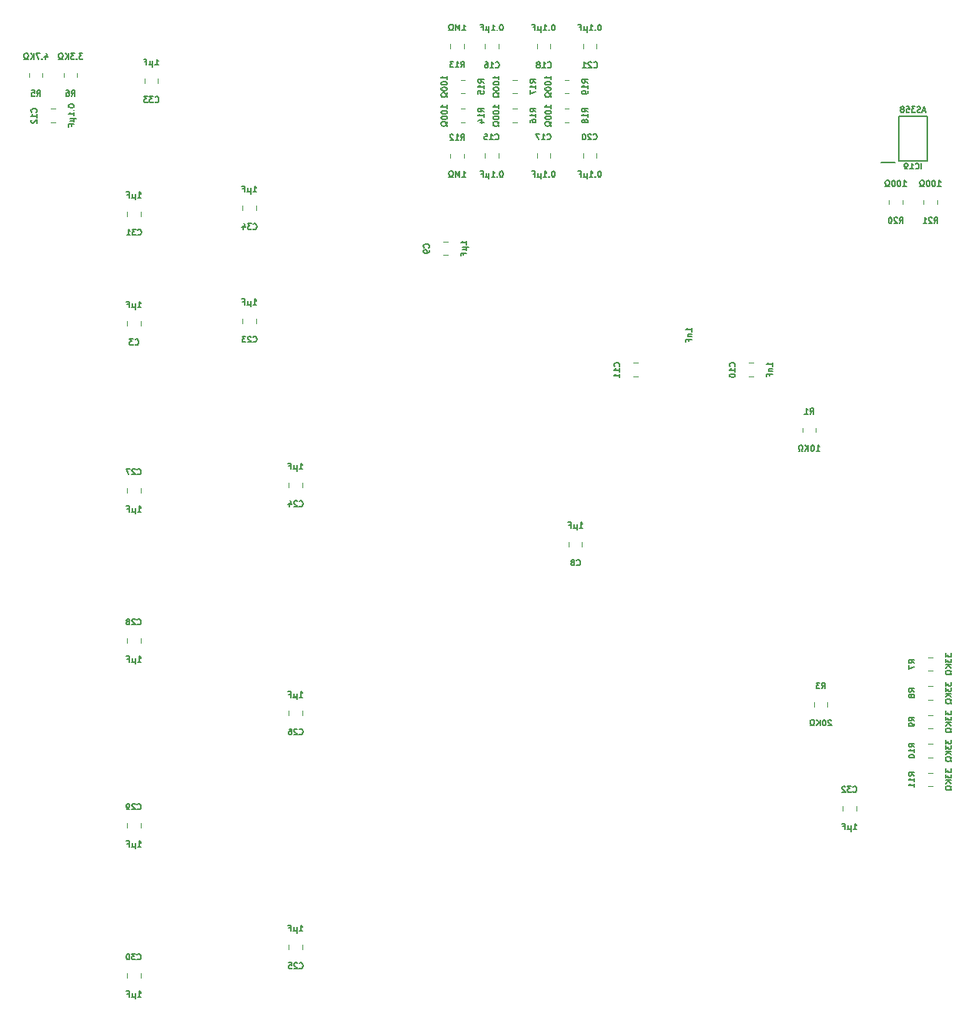
<source format=gbr>
%TF.GenerationSoftware,KiCad,Pcbnew,(6.0.5)*%
%TF.CreationDate,2023-06-11T10:02:41+02:00*%
%TF.ProjectId,Pico Sound,5069636f-2053-46f7-956e-642e6b696361,rev?*%
%TF.SameCoordinates,Original*%
%TF.FileFunction,Legend,Bot*%
%TF.FilePolarity,Positive*%
%FSLAX46Y46*%
G04 Gerber Fmt 4.6, Leading zero omitted, Abs format (unit mm)*
G04 Created by KiCad (PCBNEW (6.0.5)) date 2023-06-11 10:02:41*
%MOMM*%
%LPD*%
G01*
G04 APERTURE LIST*
%ADD10C,0.150000*%
%ADD11C,0.120000*%
%ADD12C,0.200000*%
G04 APERTURE END LIST*
D10*
%TO.C,R17*%
X176944261Y-58011785D02*
X176641880Y-57800119D01*
X176944261Y-57648928D02*
X176309261Y-57648928D01*
X176309261Y-57890833D01*
X176339500Y-57951309D01*
X176369738Y-57981547D01*
X176430214Y-58011785D01*
X176520928Y-58011785D01*
X176581404Y-57981547D01*
X176611642Y-57951309D01*
X176641880Y-57890833D01*
X176641880Y-57648928D01*
X176944261Y-58616547D02*
X176944261Y-58253690D01*
X176944261Y-58435119D02*
X176309261Y-58435119D01*
X176399976Y-58374642D01*
X176460452Y-58314166D01*
X176490690Y-58253690D01*
X176309261Y-58828214D02*
X176309261Y-59251547D01*
X176944261Y-58979404D01*
X172880261Y-57633809D02*
X172880261Y-57270952D01*
X172880261Y-57452380D02*
X172245261Y-57452380D01*
X172335976Y-57391904D01*
X172396452Y-57331428D01*
X172426690Y-57270952D01*
X172245261Y-58026904D02*
X172245261Y-58087380D01*
X172275500Y-58147857D01*
X172305738Y-58178095D01*
X172366214Y-58208333D01*
X172487166Y-58238571D01*
X172638357Y-58238571D01*
X172759309Y-58208333D01*
X172819785Y-58178095D01*
X172850023Y-58147857D01*
X172880261Y-58087380D01*
X172880261Y-58026904D01*
X172850023Y-57966428D01*
X172819785Y-57936190D01*
X172759309Y-57905952D01*
X172638357Y-57875714D01*
X172487166Y-57875714D01*
X172366214Y-57905952D01*
X172305738Y-57936190D01*
X172275500Y-57966428D01*
X172245261Y-58026904D01*
X172245261Y-58631666D02*
X172245261Y-58692142D01*
X172275500Y-58752619D01*
X172305738Y-58782857D01*
X172366214Y-58813095D01*
X172487166Y-58843333D01*
X172638357Y-58843333D01*
X172759309Y-58813095D01*
X172819785Y-58782857D01*
X172850023Y-58752619D01*
X172880261Y-58692142D01*
X172880261Y-58631666D01*
X172850023Y-58571190D01*
X172819785Y-58540952D01*
X172759309Y-58510714D01*
X172638357Y-58480476D01*
X172487166Y-58480476D01*
X172366214Y-58510714D01*
X172305738Y-58540952D01*
X172275500Y-58571190D01*
X172245261Y-58631666D01*
X172880261Y-59085238D02*
X172880261Y-59236428D01*
X172759309Y-59236428D01*
X172729071Y-59175952D01*
X172668595Y-59115476D01*
X172577880Y-59085238D01*
X172426690Y-59085238D01*
X172335976Y-59115476D01*
X172275500Y-59175952D01*
X172245261Y-59266666D01*
X172245261Y-59387619D01*
X172275500Y-59478333D01*
X172335976Y-59538809D01*
X172426690Y-59569047D01*
X172577880Y-59569047D01*
X172668595Y-59538809D01*
X172729071Y-59478333D01*
X172759309Y-59417857D01*
X172880261Y-59417857D01*
X172880261Y-59569047D01*
%TO.C,C31*%
X133150214Y-74691785D02*
X133180452Y-74722023D01*
X133271166Y-74752261D01*
X133331642Y-74752261D01*
X133422357Y-74722023D01*
X133482833Y-74661547D01*
X133513071Y-74601071D01*
X133543309Y-74480119D01*
X133543309Y-74389404D01*
X133513071Y-74268452D01*
X133482833Y-74207976D01*
X133422357Y-74147500D01*
X133331642Y-74117261D01*
X133271166Y-74117261D01*
X133180452Y-74147500D01*
X133150214Y-74177738D01*
X132938547Y-74117261D02*
X132545452Y-74117261D01*
X132757119Y-74359166D01*
X132666404Y-74359166D01*
X132605928Y-74389404D01*
X132575690Y-74419642D01*
X132545452Y-74480119D01*
X132545452Y-74631309D01*
X132575690Y-74691785D01*
X132605928Y-74722023D01*
X132666404Y-74752261D01*
X132847833Y-74752261D01*
X132908309Y-74722023D01*
X132938547Y-74691785D01*
X131940690Y-74752261D02*
X132303547Y-74752261D01*
X132122119Y-74752261D02*
X132122119Y-74117261D01*
X132182595Y-74207976D01*
X132243071Y-74268452D01*
X132303547Y-74298690D01*
X133138333Y-70645261D02*
X133501190Y-70645261D01*
X133319761Y-70645261D02*
X133319761Y-70010261D01*
X133380238Y-70100976D01*
X133440714Y-70161452D01*
X133501190Y-70191690D01*
X132866190Y-70221928D02*
X132866190Y-70856928D01*
X132563809Y-70554547D02*
X132533571Y-70615023D01*
X132473095Y-70645261D01*
X132866190Y-70554547D02*
X132835952Y-70615023D01*
X132775476Y-70645261D01*
X132654523Y-70645261D01*
X132594047Y-70615023D01*
X132563809Y-70554547D01*
X132563809Y-70221928D01*
X131989285Y-70312642D02*
X132200952Y-70312642D01*
X132200952Y-70645261D02*
X132200952Y-70010261D01*
X131898571Y-70010261D01*
%TO.C,C25*%
X150930214Y-155336785D02*
X150960452Y-155367023D01*
X151051166Y-155397261D01*
X151111642Y-155397261D01*
X151202357Y-155367023D01*
X151262833Y-155306547D01*
X151293071Y-155246071D01*
X151323309Y-155125119D01*
X151323309Y-155034404D01*
X151293071Y-154913452D01*
X151262833Y-154852976D01*
X151202357Y-154792500D01*
X151111642Y-154762261D01*
X151051166Y-154762261D01*
X150960452Y-154792500D01*
X150930214Y-154822738D01*
X150688309Y-154822738D02*
X150658071Y-154792500D01*
X150597595Y-154762261D01*
X150446404Y-154762261D01*
X150385928Y-154792500D01*
X150355690Y-154822738D01*
X150325452Y-154883214D01*
X150325452Y-154943690D01*
X150355690Y-155034404D01*
X150718547Y-155397261D01*
X150325452Y-155397261D01*
X149750928Y-154762261D02*
X150053309Y-154762261D01*
X150083547Y-155064642D01*
X150053309Y-155034404D01*
X149992833Y-155004166D01*
X149841642Y-155004166D01*
X149781166Y-155034404D01*
X149750928Y-155064642D01*
X149720690Y-155125119D01*
X149720690Y-155276309D01*
X149750928Y-155336785D01*
X149781166Y-155367023D01*
X149841642Y-155397261D01*
X149992833Y-155397261D01*
X150053309Y-155367023D01*
X150083547Y-155336785D01*
X150918333Y-151290261D02*
X151281190Y-151290261D01*
X151099761Y-151290261D02*
X151099761Y-150655261D01*
X151160238Y-150745976D01*
X151220714Y-150806452D01*
X151281190Y-150836690D01*
X150646190Y-150866928D02*
X150646190Y-151501928D01*
X150343809Y-151199547D02*
X150313571Y-151260023D01*
X150253095Y-151290261D01*
X150646190Y-151199547D02*
X150615952Y-151260023D01*
X150555476Y-151290261D01*
X150434523Y-151290261D01*
X150374047Y-151260023D01*
X150343809Y-151199547D01*
X150343809Y-150866928D01*
X149769285Y-150957642D02*
X149980952Y-150957642D01*
X149980952Y-151290261D02*
X149980952Y-150655261D01*
X149678571Y-150655261D01*
%TO.C,C26*%
X150930214Y-129605785D02*
X150960452Y-129636023D01*
X151051166Y-129666261D01*
X151111642Y-129666261D01*
X151202357Y-129636023D01*
X151262833Y-129575547D01*
X151293071Y-129515071D01*
X151323309Y-129394119D01*
X151323309Y-129303404D01*
X151293071Y-129182452D01*
X151262833Y-129121976D01*
X151202357Y-129061500D01*
X151111642Y-129031261D01*
X151051166Y-129031261D01*
X150960452Y-129061500D01*
X150930214Y-129091738D01*
X150688309Y-129091738D02*
X150658071Y-129061500D01*
X150597595Y-129031261D01*
X150446404Y-129031261D01*
X150385928Y-129061500D01*
X150355690Y-129091738D01*
X150325452Y-129152214D01*
X150325452Y-129212690D01*
X150355690Y-129303404D01*
X150718547Y-129666261D01*
X150325452Y-129666261D01*
X149781166Y-129031261D02*
X149902119Y-129031261D01*
X149962595Y-129061500D01*
X149992833Y-129091738D01*
X150053309Y-129182452D01*
X150083547Y-129303404D01*
X150083547Y-129545309D01*
X150053309Y-129605785D01*
X150023071Y-129636023D01*
X149962595Y-129666261D01*
X149841642Y-129666261D01*
X149781166Y-129636023D01*
X149750928Y-129605785D01*
X149720690Y-129545309D01*
X149720690Y-129394119D01*
X149750928Y-129333642D01*
X149781166Y-129303404D01*
X149841642Y-129273166D01*
X149962595Y-129273166D01*
X150023071Y-129303404D01*
X150053309Y-129333642D01*
X150083547Y-129394119D01*
X150918333Y-125559261D02*
X151281190Y-125559261D01*
X151099761Y-125559261D02*
X151099761Y-124924261D01*
X151160238Y-125014976D01*
X151220714Y-125075452D01*
X151281190Y-125105690D01*
X150646190Y-125135928D02*
X150646190Y-125770928D01*
X150343809Y-125468547D02*
X150313571Y-125529023D01*
X150253095Y-125559261D01*
X150646190Y-125468547D02*
X150615952Y-125529023D01*
X150555476Y-125559261D01*
X150434523Y-125559261D01*
X150374047Y-125529023D01*
X150343809Y-125468547D01*
X150343809Y-125135928D01*
X149769285Y-125226642D02*
X149980952Y-125226642D01*
X149980952Y-125559261D02*
X149980952Y-124924261D01*
X149678571Y-124924261D01*
%TO.C,C12*%
X121986785Y-61213785D02*
X122017023Y-61183547D01*
X122047261Y-61092833D01*
X122047261Y-61032357D01*
X122017023Y-60941642D01*
X121956547Y-60881166D01*
X121896071Y-60850928D01*
X121775119Y-60820690D01*
X121684404Y-60820690D01*
X121563452Y-60850928D01*
X121502976Y-60881166D01*
X121442500Y-60941642D01*
X121412261Y-61032357D01*
X121412261Y-61092833D01*
X121442500Y-61183547D01*
X121472738Y-61213785D01*
X122047261Y-61818547D02*
X122047261Y-61455690D01*
X122047261Y-61637119D02*
X121412261Y-61637119D01*
X121502976Y-61576642D01*
X121563452Y-61516166D01*
X121593690Y-61455690D01*
X121472738Y-62060452D02*
X121442500Y-62090690D01*
X121412261Y-62151166D01*
X121412261Y-62302357D01*
X121442500Y-62362833D01*
X121472738Y-62393071D01*
X121533214Y-62423309D01*
X121593690Y-62423309D01*
X121684404Y-62393071D01*
X122047261Y-62030214D01*
X122047261Y-62423309D01*
X125519261Y-60506428D02*
X125519261Y-60566904D01*
X125549500Y-60627380D01*
X125579738Y-60657619D01*
X125640214Y-60687857D01*
X125761166Y-60718095D01*
X125912357Y-60718095D01*
X126033309Y-60687857D01*
X126093785Y-60657619D01*
X126124023Y-60627380D01*
X126154261Y-60566904D01*
X126154261Y-60506428D01*
X126124023Y-60445952D01*
X126093785Y-60415714D01*
X126033309Y-60385476D01*
X125912357Y-60355238D01*
X125761166Y-60355238D01*
X125640214Y-60385476D01*
X125579738Y-60415714D01*
X125549500Y-60445952D01*
X125519261Y-60506428D01*
X126093785Y-60990238D02*
X126124023Y-61020476D01*
X126154261Y-60990238D01*
X126124023Y-60960000D01*
X126093785Y-60990238D01*
X126154261Y-60990238D01*
X126154261Y-61625238D02*
X126154261Y-61262380D01*
X126154261Y-61443809D02*
X125519261Y-61443809D01*
X125609976Y-61383333D01*
X125670452Y-61322857D01*
X125700690Y-61262380D01*
X125730928Y-61897380D02*
X126365928Y-61897380D01*
X126063547Y-62199761D02*
X126124023Y-62230000D01*
X126154261Y-62290476D01*
X126063547Y-61897380D02*
X126124023Y-61927619D01*
X126154261Y-61988095D01*
X126154261Y-62109047D01*
X126124023Y-62169523D01*
X126063547Y-62199761D01*
X125730928Y-62199761D01*
X125821642Y-62774285D02*
X125821642Y-62562619D01*
X126154261Y-62562619D02*
X125519261Y-62562619D01*
X125519261Y-62865000D01*
%TO.C,C34*%
X145850214Y-74056785D02*
X145880452Y-74087023D01*
X145971166Y-74117261D01*
X146031642Y-74117261D01*
X146122357Y-74087023D01*
X146182833Y-74026547D01*
X146213071Y-73966071D01*
X146243309Y-73845119D01*
X146243309Y-73754404D01*
X146213071Y-73633452D01*
X146182833Y-73572976D01*
X146122357Y-73512500D01*
X146031642Y-73482261D01*
X145971166Y-73482261D01*
X145880452Y-73512500D01*
X145850214Y-73542738D01*
X145638547Y-73482261D02*
X145245452Y-73482261D01*
X145457119Y-73724166D01*
X145366404Y-73724166D01*
X145305928Y-73754404D01*
X145275690Y-73784642D01*
X145245452Y-73845119D01*
X145245452Y-73996309D01*
X145275690Y-74056785D01*
X145305928Y-74087023D01*
X145366404Y-74117261D01*
X145547833Y-74117261D01*
X145608309Y-74087023D01*
X145638547Y-74056785D01*
X144701166Y-73693928D02*
X144701166Y-74117261D01*
X144852357Y-73452023D02*
X145003547Y-73905595D01*
X144610452Y-73905595D01*
X145838333Y-70010261D02*
X146201190Y-70010261D01*
X146019761Y-70010261D02*
X146019761Y-69375261D01*
X146080238Y-69465976D01*
X146140714Y-69526452D01*
X146201190Y-69556690D01*
X145566190Y-69586928D02*
X145566190Y-70221928D01*
X145263809Y-69919547D02*
X145233571Y-69980023D01*
X145173095Y-70010261D01*
X145566190Y-69919547D02*
X145535952Y-69980023D01*
X145475476Y-70010261D01*
X145354523Y-70010261D01*
X145294047Y-69980023D01*
X145263809Y-69919547D01*
X145263809Y-69586928D01*
X144689285Y-69677642D02*
X144900952Y-69677642D01*
X144900952Y-70010261D02*
X144900952Y-69375261D01*
X144598571Y-69375261D01*
%TO.C,R21*%
X220753214Y-73439261D02*
X220964880Y-73136880D01*
X221116071Y-73439261D02*
X221116071Y-72804261D01*
X220874166Y-72804261D01*
X220813690Y-72834500D01*
X220783452Y-72864738D01*
X220753214Y-72925214D01*
X220753214Y-73015928D01*
X220783452Y-73076404D01*
X220813690Y-73106642D01*
X220874166Y-73136880D01*
X221116071Y-73136880D01*
X220511309Y-72864738D02*
X220481071Y-72834500D01*
X220420595Y-72804261D01*
X220269404Y-72804261D01*
X220208928Y-72834500D01*
X220178690Y-72864738D01*
X220148452Y-72925214D01*
X220148452Y-72985690D01*
X220178690Y-73076404D01*
X220541547Y-73439261D01*
X220148452Y-73439261D01*
X219543690Y-73439261D02*
X219906547Y-73439261D01*
X219725119Y-73439261D02*
X219725119Y-72804261D01*
X219785595Y-72894976D01*
X219846071Y-72955452D01*
X219906547Y-72985690D01*
X221131190Y-69375261D02*
X221494047Y-69375261D01*
X221312619Y-69375261D02*
X221312619Y-68740261D01*
X221373095Y-68830976D01*
X221433571Y-68891452D01*
X221494047Y-68921690D01*
X220738095Y-68740261D02*
X220677619Y-68740261D01*
X220617142Y-68770500D01*
X220586904Y-68800738D01*
X220556666Y-68861214D01*
X220526428Y-68982166D01*
X220526428Y-69133357D01*
X220556666Y-69254309D01*
X220586904Y-69314785D01*
X220617142Y-69345023D01*
X220677619Y-69375261D01*
X220738095Y-69375261D01*
X220798571Y-69345023D01*
X220828809Y-69314785D01*
X220859047Y-69254309D01*
X220889285Y-69133357D01*
X220889285Y-68982166D01*
X220859047Y-68861214D01*
X220828809Y-68800738D01*
X220798571Y-68770500D01*
X220738095Y-68740261D01*
X220133333Y-68740261D02*
X220072857Y-68740261D01*
X220012380Y-68770500D01*
X219982142Y-68800738D01*
X219951904Y-68861214D01*
X219921666Y-68982166D01*
X219921666Y-69133357D01*
X219951904Y-69254309D01*
X219982142Y-69314785D01*
X220012380Y-69345023D01*
X220072857Y-69375261D01*
X220133333Y-69375261D01*
X220193809Y-69345023D01*
X220224047Y-69314785D01*
X220254285Y-69254309D01*
X220284523Y-69133357D01*
X220284523Y-68982166D01*
X220254285Y-68861214D01*
X220224047Y-68800738D01*
X220193809Y-68770500D01*
X220133333Y-68740261D01*
X219679761Y-69375261D02*
X219528571Y-69375261D01*
X219528571Y-69254309D01*
X219589047Y-69224071D01*
X219649523Y-69163595D01*
X219679761Y-69072880D01*
X219679761Y-68921690D01*
X219649523Y-68830976D01*
X219589047Y-68770500D01*
X219498333Y-68740261D01*
X219377380Y-68740261D01*
X219286666Y-68770500D01*
X219226190Y-68830976D01*
X219195952Y-68921690D01*
X219195952Y-69072880D01*
X219226190Y-69163595D01*
X219286666Y-69224071D01*
X219347142Y-69254309D01*
X219347142Y-69375261D01*
X219195952Y-69375261D01*
%TO.C,R19*%
X182659261Y-58011785D02*
X182356880Y-57800119D01*
X182659261Y-57648928D02*
X182024261Y-57648928D01*
X182024261Y-57890833D01*
X182054500Y-57951309D01*
X182084738Y-57981547D01*
X182145214Y-58011785D01*
X182235928Y-58011785D01*
X182296404Y-57981547D01*
X182326642Y-57951309D01*
X182356880Y-57890833D01*
X182356880Y-57648928D01*
X182659261Y-58616547D02*
X182659261Y-58253690D01*
X182659261Y-58435119D02*
X182024261Y-58435119D01*
X182114976Y-58374642D01*
X182175452Y-58314166D01*
X182205690Y-58253690D01*
X182659261Y-58918928D02*
X182659261Y-59039880D01*
X182629023Y-59100357D01*
X182598785Y-59130595D01*
X182508071Y-59191071D01*
X182387119Y-59221309D01*
X182145214Y-59221309D01*
X182084738Y-59191071D01*
X182054500Y-59160833D01*
X182024261Y-59100357D01*
X182024261Y-58979404D01*
X182054500Y-58918928D01*
X182084738Y-58888690D01*
X182145214Y-58858452D01*
X182296404Y-58858452D01*
X182356880Y-58888690D01*
X182387119Y-58918928D01*
X182417357Y-58979404D01*
X182417357Y-59100357D01*
X182387119Y-59160833D01*
X182356880Y-59191071D01*
X182296404Y-59221309D01*
X178595261Y-57633809D02*
X178595261Y-57270952D01*
X178595261Y-57452380D02*
X177960261Y-57452380D01*
X178050976Y-57391904D01*
X178111452Y-57331428D01*
X178141690Y-57270952D01*
X177960261Y-58026904D02*
X177960261Y-58087380D01*
X177990500Y-58147857D01*
X178020738Y-58178095D01*
X178081214Y-58208333D01*
X178202166Y-58238571D01*
X178353357Y-58238571D01*
X178474309Y-58208333D01*
X178534785Y-58178095D01*
X178565023Y-58147857D01*
X178595261Y-58087380D01*
X178595261Y-58026904D01*
X178565023Y-57966428D01*
X178534785Y-57936190D01*
X178474309Y-57905952D01*
X178353357Y-57875714D01*
X178202166Y-57875714D01*
X178081214Y-57905952D01*
X178020738Y-57936190D01*
X177990500Y-57966428D01*
X177960261Y-58026904D01*
X177960261Y-58631666D02*
X177960261Y-58692142D01*
X177990500Y-58752619D01*
X178020738Y-58782857D01*
X178081214Y-58813095D01*
X178202166Y-58843333D01*
X178353357Y-58843333D01*
X178474309Y-58813095D01*
X178534785Y-58782857D01*
X178565023Y-58752619D01*
X178595261Y-58692142D01*
X178595261Y-58631666D01*
X178565023Y-58571190D01*
X178534785Y-58540952D01*
X178474309Y-58510714D01*
X178353357Y-58480476D01*
X178202166Y-58480476D01*
X178081214Y-58510714D01*
X178020738Y-58540952D01*
X177990500Y-58571190D01*
X177960261Y-58631666D01*
X178595261Y-59085238D02*
X178595261Y-59236428D01*
X178474309Y-59236428D01*
X178444071Y-59175952D01*
X178383595Y-59115476D01*
X178292880Y-59085238D01*
X178141690Y-59085238D01*
X178050976Y-59115476D01*
X177990500Y-59175952D01*
X177960261Y-59266666D01*
X177960261Y-59387619D01*
X177990500Y-59478333D01*
X178050976Y-59538809D01*
X178141690Y-59569047D01*
X178292880Y-59569047D01*
X178383595Y-59538809D01*
X178444071Y-59478333D01*
X178474309Y-59417857D01*
X178595261Y-59417857D01*
X178595261Y-59569047D01*
%TO.C,R5*%
X122035833Y-59469261D02*
X122247500Y-59166880D01*
X122398690Y-59469261D02*
X122398690Y-58834261D01*
X122156785Y-58834261D01*
X122096309Y-58864500D01*
X122066071Y-58894738D01*
X122035833Y-58955214D01*
X122035833Y-59045928D01*
X122066071Y-59106404D01*
X122096309Y-59136642D01*
X122156785Y-59166880D01*
X122398690Y-59166880D01*
X121461309Y-58834261D02*
X121763690Y-58834261D01*
X121793928Y-59136642D01*
X121763690Y-59106404D01*
X121703214Y-59076166D01*
X121552023Y-59076166D01*
X121491547Y-59106404D01*
X121461309Y-59136642D01*
X121431071Y-59197119D01*
X121431071Y-59348309D01*
X121461309Y-59408785D01*
X121491547Y-59439023D01*
X121552023Y-59469261D01*
X121703214Y-59469261D01*
X121763690Y-59439023D01*
X121793928Y-59408785D01*
X122942976Y-54981928D02*
X122942976Y-55405261D01*
X123094166Y-54740023D02*
X123245357Y-55193595D01*
X122852261Y-55193595D01*
X122610357Y-55344785D02*
X122580119Y-55375023D01*
X122610357Y-55405261D01*
X122640595Y-55375023D01*
X122610357Y-55344785D01*
X122610357Y-55405261D01*
X122368452Y-54770261D02*
X121945119Y-54770261D01*
X122217261Y-55405261D01*
X121703214Y-55405261D02*
X121703214Y-54770261D01*
X121340357Y-55405261D02*
X121612500Y-55042404D01*
X121340357Y-54770261D02*
X121703214Y-55133119D01*
X121098452Y-55405261D02*
X120947261Y-55405261D01*
X120947261Y-55284309D01*
X121007738Y-55254071D01*
X121068214Y-55193595D01*
X121098452Y-55102880D01*
X121098452Y-54951690D01*
X121068214Y-54860976D01*
X121007738Y-54800500D01*
X120917023Y-54770261D01*
X120796071Y-54770261D01*
X120705357Y-54800500D01*
X120644880Y-54860976D01*
X120614642Y-54951690D01*
X120614642Y-55102880D01*
X120644880Y-55193595D01*
X120705357Y-55254071D01*
X120765833Y-55284309D01*
X120765833Y-55405261D01*
X120614642Y-55405261D01*
%TO.C,C30*%
X133096214Y-154361785D02*
X133126452Y-154392023D01*
X133217166Y-154422261D01*
X133277642Y-154422261D01*
X133368357Y-154392023D01*
X133428833Y-154331547D01*
X133459071Y-154271071D01*
X133489309Y-154150119D01*
X133489309Y-154059404D01*
X133459071Y-153938452D01*
X133428833Y-153877976D01*
X133368357Y-153817500D01*
X133277642Y-153787261D01*
X133217166Y-153787261D01*
X133126452Y-153817500D01*
X133096214Y-153847738D01*
X132884547Y-153787261D02*
X132491452Y-153787261D01*
X132703119Y-154029166D01*
X132612404Y-154029166D01*
X132551928Y-154059404D01*
X132521690Y-154089642D01*
X132491452Y-154150119D01*
X132491452Y-154301309D01*
X132521690Y-154361785D01*
X132551928Y-154392023D01*
X132612404Y-154422261D01*
X132793833Y-154422261D01*
X132854309Y-154392023D01*
X132884547Y-154361785D01*
X132098357Y-153787261D02*
X132037880Y-153787261D01*
X131977404Y-153817500D01*
X131947166Y-153847738D01*
X131916928Y-153908214D01*
X131886690Y-154029166D01*
X131886690Y-154180357D01*
X131916928Y-154301309D01*
X131947166Y-154361785D01*
X131977404Y-154392023D01*
X132037880Y-154422261D01*
X132098357Y-154422261D01*
X132158833Y-154392023D01*
X132189071Y-154361785D01*
X132219309Y-154301309D01*
X132249547Y-154180357D01*
X132249547Y-154029166D01*
X132219309Y-153908214D01*
X132189071Y-153847738D01*
X132158833Y-153817500D01*
X132098357Y-153787261D01*
X133138333Y-158529261D02*
X133501190Y-158529261D01*
X133319761Y-158529261D02*
X133319761Y-157894261D01*
X133380238Y-157984976D01*
X133440714Y-158045452D01*
X133501190Y-158075690D01*
X132866190Y-158105928D02*
X132866190Y-158740928D01*
X132563809Y-158438547D02*
X132533571Y-158499023D01*
X132473095Y-158529261D01*
X132866190Y-158438547D02*
X132835952Y-158499023D01*
X132775476Y-158529261D01*
X132654523Y-158529261D01*
X132594047Y-158499023D01*
X132563809Y-158438547D01*
X132563809Y-158105928D01*
X131989285Y-158196642D02*
X132200952Y-158196642D01*
X132200952Y-158529261D02*
X132200952Y-157894261D01*
X131898571Y-157894261D01*
%TO.C,R1*%
X207105833Y-94417761D02*
X207317500Y-94115380D01*
X207468690Y-94417761D02*
X207468690Y-93782761D01*
X207226785Y-93782761D01*
X207166309Y-93813000D01*
X207136071Y-93843238D01*
X207105833Y-93903714D01*
X207105833Y-93994428D01*
X207136071Y-94054904D01*
X207166309Y-94085142D01*
X207226785Y-94115380D01*
X207468690Y-94115380D01*
X206501071Y-94417761D02*
X206863928Y-94417761D01*
X206682500Y-94417761D02*
X206682500Y-93782761D01*
X206742976Y-93873476D01*
X206803452Y-93933952D01*
X206863928Y-93964190D01*
X207801309Y-98481761D02*
X208164166Y-98481761D01*
X207982738Y-98481761D02*
X207982738Y-97846761D01*
X208043214Y-97937476D01*
X208103690Y-97997952D01*
X208164166Y-98028190D01*
X207408214Y-97846761D02*
X207347738Y-97846761D01*
X207287261Y-97877000D01*
X207257023Y-97907238D01*
X207226785Y-97967714D01*
X207196547Y-98088666D01*
X207196547Y-98239857D01*
X207226785Y-98360809D01*
X207257023Y-98421285D01*
X207287261Y-98451523D01*
X207347738Y-98481761D01*
X207408214Y-98481761D01*
X207468690Y-98451523D01*
X207498928Y-98421285D01*
X207529166Y-98360809D01*
X207559404Y-98239857D01*
X207559404Y-98088666D01*
X207529166Y-97967714D01*
X207498928Y-97907238D01*
X207468690Y-97877000D01*
X207408214Y-97846761D01*
X206924404Y-98481761D02*
X206924404Y-97846761D01*
X206561547Y-98481761D02*
X206833690Y-98118904D01*
X206561547Y-97846761D02*
X206924404Y-98209619D01*
X206319642Y-98481761D02*
X206168452Y-98481761D01*
X206168452Y-98360809D01*
X206228928Y-98330571D01*
X206289404Y-98270095D01*
X206319642Y-98179380D01*
X206319642Y-98028190D01*
X206289404Y-97937476D01*
X206228928Y-97877000D01*
X206138214Y-97846761D01*
X206017261Y-97846761D01*
X205926547Y-97877000D01*
X205866071Y-97937476D01*
X205835833Y-98028190D01*
X205835833Y-98179380D01*
X205866071Y-98270095D01*
X205926547Y-98330571D01*
X205987023Y-98360809D01*
X205987023Y-98481761D01*
X205835833Y-98481761D01*
%TO.C,C24*%
X150930214Y-104536785D02*
X150960452Y-104567023D01*
X151051166Y-104597261D01*
X151111642Y-104597261D01*
X151202357Y-104567023D01*
X151262833Y-104506547D01*
X151293071Y-104446071D01*
X151323309Y-104325119D01*
X151323309Y-104234404D01*
X151293071Y-104113452D01*
X151262833Y-104052976D01*
X151202357Y-103992500D01*
X151111642Y-103962261D01*
X151051166Y-103962261D01*
X150960452Y-103992500D01*
X150930214Y-104022738D01*
X150688309Y-104022738D02*
X150658071Y-103992500D01*
X150597595Y-103962261D01*
X150446404Y-103962261D01*
X150385928Y-103992500D01*
X150355690Y-104022738D01*
X150325452Y-104083214D01*
X150325452Y-104143690D01*
X150355690Y-104234404D01*
X150718547Y-104597261D01*
X150325452Y-104597261D01*
X149781166Y-104173928D02*
X149781166Y-104597261D01*
X149932357Y-103932023D02*
X150083547Y-104385595D01*
X149690452Y-104385595D01*
X150918333Y-100490261D02*
X151281190Y-100490261D01*
X151099761Y-100490261D02*
X151099761Y-99855261D01*
X151160238Y-99945976D01*
X151220714Y-100006452D01*
X151281190Y-100036690D01*
X150646190Y-100066928D02*
X150646190Y-100701928D01*
X150343809Y-100399547D02*
X150313571Y-100460023D01*
X150253095Y-100490261D01*
X150646190Y-100399547D02*
X150615952Y-100460023D01*
X150555476Y-100490261D01*
X150434523Y-100490261D01*
X150374047Y-100460023D01*
X150343809Y-100399547D01*
X150343809Y-100066928D01*
X149769285Y-100157642D02*
X149980952Y-100157642D01*
X149980952Y-100490261D02*
X149980952Y-99855261D01*
X149678571Y-99855261D01*
%TO.C,R7*%
X218600261Y-121814166D02*
X218297880Y-121602500D01*
X218600261Y-121451309D02*
X217965261Y-121451309D01*
X217965261Y-121693214D01*
X217995500Y-121753690D01*
X218025738Y-121783928D01*
X218086214Y-121814166D01*
X218176928Y-121814166D01*
X218237404Y-121783928D01*
X218267642Y-121753690D01*
X218297880Y-121693214D01*
X218297880Y-121451309D01*
X217965261Y-122025833D02*
X217965261Y-122449166D01*
X218600261Y-122177023D01*
X222029261Y-120725595D02*
X222029261Y-121118690D01*
X222271166Y-120907023D01*
X222271166Y-120997738D01*
X222301404Y-121058214D01*
X222331642Y-121088452D01*
X222392119Y-121118690D01*
X222543309Y-121118690D01*
X222603785Y-121088452D01*
X222634023Y-121058214D01*
X222664261Y-120997738D01*
X222664261Y-120816309D01*
X222634023Y-120755833D01*
X222603785Y-120725595D01*
X222029261Y-121330357D02*
X222029261Y-121723452D01*
X222271166Y-121511785D01*
X222271166Y-121602500D01*
X222301404Y-121662976D01*
X222331642Y-121693214D01*
X222392119Y-121723452D01*
X222543309Y-121723452D01*
X222603785Y-121693214D01*
X222634023Y-121662976D01*
X222664261Y-121602500D01*
X222664261Y-121421071D01*
X222634023Y-121360595D01*
X222603785Y-121330357D01*
X222664261Y-121995595D02*
X222029261Y-121995595D01*
X222664261Y-122358452D02*
X222301404Y-122086309D01*
X222029261Y-122358452D02*
X222392119Y-121995595D01*
X222664261Y-122600357D02*
X222664261Y-122751547D01*
X222543309Y-122751547D01*
X222513071Y-122691071D01*
X222452595Y-122630595D01*
X222361880Y-122600357D01*
X222210690Y-122600357D01*
X222119976Y-122630595D01*
X222059500Y-122691071D01*
X222029261Y-122781785D01*
X222029261Y-122902738D01*
X222059500Y-122993452D01*
X222119976Y-123053928D01*
X222210690Y-123084166D01*
X222361880Y-123084166D01*
X222452595Y-123053928D01*
X222513071Y-122993452D01*
X222543309Y-122932976D01*
X222664261Y-122932976D01*
X222664261Y-123084166D01*
%TO.C,R18*%
X182659261Y-61186785D02*
X182356880Y-60975119D01*
X182659261Y-60823928D02*
X182024261Y-60823928D01*
X182024261Y-61065833D01*
X182054500Y-61126309D01*
X182084738Y-61156547D01*
X182145214Y-61186785D01*
X182235928Y-61186785D01*
X182296404Y-61156547D01*
X182326642Y-61126309D01*
X182356880Y-61065833D01*
X182356880Y-60823928D01*
X182659261Y-61791547D02*
X182659261Y-61428690D01*
X182659261Y-61610119D02*
X182024261Y-61610119D01*
X182114976Y-61549642D01*
X182175452Y-61489166D01*
X182205690Y-61428690D01*
X182296404Y-62154404D02*
X182266166Y-62093928D01*
X182235928Y-62063690D01*
X182175452Y-62033452D01*
X182145214Y-62033452D01*
X182084738Y-62063690D01*
X182054500Y-62093928D01*
X182024261Y-62154404D01*
X182024261Y-62275357D01*
X182054500Y-62335833D01*
X182084738Y-62366071D01*
X182145214Y-62396309D01*
X182175452Y-62396309D01*
X182235928Y-62366071D01*
X182266166Y-62335833D01*
X182296404Y-62275357D01*
X182296404Y-62154404D01*
X182326642Y-62093928D01*
X182356880Y-62063690D01*
X182417357Y-62033452D01*
X182538309Y-62033452D01*
X182598785Y-62063690D01*
X182629023Y-62093928D01*
X182659261Y-62154404D01*
X182659261Y-62275357D01*
X182629023Y-62335833D01*
X182598785Y-62366071D01*
X182538309Y-62396309D01*
X182417357Y-62396309D01*
X182356880Y-62366071D01*
X182326642Y-62335833D01*
X182296404Y-62275357D01*
X178595261Y-60808809D02*
X178595261Y-60445952D01*
X178595261Y-60627380D02*
X177960261Y-60627380D01*
X178050976Y-60566904D01*
X178111452Y-60506428D01*
X178141690Y-60445952D01*
X177960261Y-61201904D02*
X177960261Y-61262380D01*
X177990500Y-61322857D01*
X178020738Y-61353095D01*
X178081214Y-61383333D01*
X178202166Y-61413571D01*
X178353357Y-61413571D01*
X178474309Y-61383333D01*
X178534785Y-61353095D01*
X178565023Y-61322857D01*
X178595261Y-61262380D01*
X178595261Y-61201904D01*
X178565023Y-61141428D01*
X178534785Y-61111190D01*
X178474309Y-61080952D01*
X178353357Y-61050714D01*
X178202166Y-61050714D01*
X178081214Y-61080952D01*
X178020738Y-61111190D01*
X177990500Y-61141428D01*
X177960261Y-61201904D01*
X177960261Y-61806666D02*
X177960261Y-61867142D01*
X177990500Y-61927619D01*
X178020738Y-61957857D01*
X178081214Y-61988095D01*
X178202166Y-62018333D01*
X178353357Y-62018333D01*
X178474309Y-61988095D01*
X178534785Y-61957857D01*
X178565023Y-61927619D01*
X178595261Y-61867142D01*
X178595261Y-61806666D01*
X178565023Y-61746190D01*
X178534785Y-61715952D01*
X178474309Y-61685714D01*
X178353357Y-61655476D01*
X178202166Y-61655476D01*
X178081214Y-61685714D01*
X178020738Y-61715952D01*
X177990500Y-61746190D01*
X177960261Y-61806666D01*
X178595261Y-62260238D02*
X178595261Y-62411428D01*
X178474309Y-62411428D01*
X178444071Y-62350952D01*
X178383595Y-62290476D01*
X178292880Y-62260238D01*
X178141690Y-62260238D01*
X178050976Y-62290476D01*
X177990500Y-62350952D01*
X177960261Y-62441666D01*
X177960261Y-62562619D01*
X177990500Y-62653333D01*
X178050976Y-62713809D01*
X178141690Y-62744047D01*
X178292880Y-62744047D01*
X178383595Y-62713809D01*
X178444071Y-62653333D01*
X178474309Y-62592857D01*
X178595261Y-62592857D01*
X178595261Y-62744047D01*
%TO.C,R11*%
X218600261Y-134211785D02*
X218297880Y-134000119D01*
X218600261Y-133848928D02*
X217965261Y-133848928D01*
X217965261Y-134090833D01*
X217995500Y-134151309D01*
X218025738Y-134181547D01*
X218086214Y-134211785D01*
X218176928Y-134211785D01*
X218237404Y-134181547D01*
X218267642Y-134151309D01*
X218297880Y-134090833D01*
X218297880Y-133848928D01*
X218600261Y-134816547D02*
X218600261Y-134453690D01*
X218600261Y-134635119D02*
X217965261Y-134635119D01*
X218055976Y-134574642D01*
X218116452Y-134514166D01*
X218146690Y-134453690D01*
X218600261Y-135421309D02*
X218600261Y-135058452D01*
X218600261Y-135239880D02*
X217965261Y-135239880D01*
X218055976Y-135179404D01*
X218116452Y-135118928D01*
X218146690Y-135058452D01*
X222029261Y-133425595D02*
X222029261Y-133818690D01*
X222271166Y-133607023D01*
X222271166Y-133697738D01*
X222301404Y-133758214D01*
X222331642Y-133788452D01*
X222392119Y-133818690D01*
X222543309Y-133818690D01*
X222603785Y-133788452D01*
X222634023Y-133758214D01*
X222664261Y-133697738D01*
X222664261Y-133516309D01*
X222634023Y-133455833D01*
X222603785Y-133425595D01*
X222029261Y-134030357D02*
X222029261Y-134423452D01*
X222271166Y-134211785D01*
X222271166Y-134302500D01*
X222301404Y-134362976D01*
X222331642Y-134393214D01*
X222392119Y-134423452D01*
X222543309Y-134423452D01*
X222603785Y-134393214D01*
X222634023Y-134362976D01*
X222664261Y-134302500D01*
X222664261Y-134121071D01*
X222634023Y-134060595D01*
X222603785Y-134030357D01*
X222664261Y-134695595D02*
X222029261Y-134695595D01*
X222664261Y-135058452D02*
X222301404Y-134786309D01*
X222029261Y-135058452D02*
X222392119Y-134695595D01*
X222664261Y-135300357D02*
X222664261Y-135451547D01*
X222543309Y-135451547D01*
X222513071Y-135391071D01*
X222452595Y-135330595D01*
X222361880Y-135300357D01*
X222210690Y-135300357D01*
X222119976Y-135330595D01*
X222059500Y-135391071D01*
X222029261Y-135481785D01*
X222029261Y-135602738D01*
X222059500Y-135693452D01*
X222119976Y-135753928D01*
X222210690Y-135784166D01*
X222361880Y-135784166D01*
X222452595Y-135753928D01*
X222513071Y-135693452D01*
X222543309Y-135632976D01*
X222664261Y-135632976D01*
X222664261Y-135784166D01*
%TO.C,R16*%
X176944261Y-61186785D02*
X176641880Y-60975119D01*
X176944261Y-60823928D02*
X176309261Y-60823928D01*
X176309261Y-61065833D01*
X176339500Y-61126309D01*
X176369738Y-61156547D01*
X176430214Y-61186785D01*
X176520928Y-61186785D01*
X176581404Y-61156547D01*
X176611642Y-61126309D01*
X176641880Y-61065833D01*
X176641880Y-60823928D01*
X176944261Y-61791547D02*
X176944261Y-61428690D01*
X176944261Y-61610119D02*
X176309261Y-61610119D01*
X176399976Y-61549642D01*
X176460452Y-61489166D01*
X176490690Y-61428690D01*
X176309261Y-62335833D02*
X176309261Y-62214880D01*
X176339500Y-62154404D01*
X176369738Y-62124166D01*
X176460452Y-62063690D01*
X176581404Y-62033452D01*
X176823309Y-62033452D01*
X176883785Y-62063690D01*
X176914023Y-62093928D01*
X176944261Y-62154404D01*
X176944261Y-62275357D01*
X176914023Y-62335833D01*
X176883785Y-62366071D01*
X176823309Y-62396309D01*
X176672119Y-62396309D01*
X176611642Y-62366071D01*
X176581404Y-62335833D01*
X176551166Y-62275357D01*
X176551166Y-62154404D01*
X176581404Y-62093928D01*
X176611642Y-62063690D01*
X176672119Y-62033452D01*
X172880261Y-60808809D02*
X172880261Y-60445952D01*
X172880261Y-60627380D02*
X172245261Y-60627380D01*
X172335976Y-60566904D01*
X172396452Y-60506428D01*
X172426690Y-60445952D01*
X172245261Y-61201904D02*
X172245261Y-61262380D01*
X172275500Y-61322857D01*
X172305738Y-61353095D01*
X172366214Y-61383333D01*
X172487166Y-61413571D01*
X172638357Y-61413571D01*
X172759309Y-61383333D01*
X172819785Y-61353095D01*
X172850023Y-61322857D01*
X172880261Y-61262380D01*
X172880261Y-61201904D01*
X172850023Y-61141428D01*
X172819785Y-61111190D01*
X172759309Y-61080952D01*
X172638357Y-61050714D01*
X172487166Y-61050714D01*
X172366214Y-61080952D01*
X172305738Y-61111190D01*
X172275500Y-61141428D01*
X172245261Y-61201904D01*
X172245261Y-61806666D02*
X172245261Y-61867142D01*
X172275500Y-61927619D01*
X172305738Y-61957857D01*
X172366214Y-61988095D01*
X172487166Y-62018333D01*
X172638357Y-62018333D01*
X172759309Y-61988095D01*
X172819785Y-61957857D01*
X172850023Y-61927619D01*
X172880261Y-61867142D01*
X172880261Y-61806666D01*
X172850023Y-61746190D01*
X172819785Y-61715952D01*
X172759309Y-61685714D01*
X172638357Y-61655476D01*
X172487166Y-61655476D01*
X172366214Y-61685714D01*
X172305738Y-61715952D01*
X172275500Y-61746190D01*
X172245261Y-61806666D01*
X172880261Y-62260238D02*
X172880261Y-62411428D01*
X172759309Y-62411428D01*
X172729071Y-62350952D01*
X172668595Y-62290476D01*
X172577880Y-62260238D01*
X172426690Y-62260238D01*
X172335976Y-62290476D01*
X172275500Y-62350952D01*
X172245261Y-62441666D01*
X172245261Y-62562619D01*
X172275500Y-62653333D01*
X172335976Y-62713809D01*
X172426690Y-62744047D01*
X172577880Y-62744047D01*
X172668595Y-62713809D01*
X172729071Y-62653333D01*
X172759309Y-62592857D01*
X172880261Y-62592857D01*
X172880261Y-62744047D01*
%TO.C,C17*%
X178181214Y-64191785D02*
X178211452Y-64222023D01*
X178302166Y-64252261D01*
X178362642Y-64252261D01*
X178453357Y-64222023D01*
X178513833Y-64161547D01*
X178544071Y-64101071D01*
X178574309Y-63980119D01*
X178574309Y-63889404D01*
X178544071Y-63768452D01*
X178513833Y-63707976D01*
X178453357Y-63647500D01*
X178362642Y-63617261D01*
X178302166Y-63617261D01*
X178211452Y-63647500D01*
X178181214Y-63677738D01*
X177576452Y-64252261D02*
X177939309Y-64252261D01*
X177757880Y-64252261D02*
X177757880Y-63617261D01*
X177818357Y-63707976D01*
X177878833Y-63768452D01*
X177939309Y-63798690D01*
X177364785Y-63617261D02*
X176941452Y-63617261D01*
X177213595Y-64252261D01*
X178888571Y-67724261D02*
X178828095Y-67724261D01*
X178767619Y-67754500D01*
X178737380Y-67784738D01*
X178707142Y-67845214D01*
X178676904Y-67966166D01*
X178676904Y-68117357D01*
X178707142Y-68238309D01*
X178737380Y-68298785D01*
X178767619Y-68329023D01*
X178828095Y-68359261D01*
X178888571Y-68359261D01*
X178949047Y-68329023D01*
X178979285Y-68298785D01*
X179009523Y-68238309D01*
X179039761Y-68117357D01*
X179039761Y-67966166D01*
X179009523Y-67845214D01*
X178979285Y-67784738D01*
X178949047Y-67754500D01*
X178888571Y-67724261D01*
X178404761Y-68298785D02*
X178374523Y-68329023D01*
X178404761Y-68359261D01*
X178435000Y-68329023D01*
X178404761Y-68298785D01*
X178404761Y-68359261D01*
X177769761Y-68359261D02*
X178132619Y-68359261D01*
X177951190Y-68359261D02*
X177951190Y-67724261D01*
X178011666Y-67814976D01*
X178072142Y-67875452D01*
X178132619Y-67905690D01*
X177497619Y-67935928D02*
X177497619Y-68570928D01*
X177195238Y-68268547D02*
X177165000Y-68329023D01*
X177104523Y-68359261D01*
X177497619Y-68268547D02*
X177467380Y-68329023D01*
X177406904Y-68359261D01*
X177285952Y-68359261D01*
X177225476Y-68329023D01*
X177195238Y-68268547D01*
X177195238Y-67935928D01*
X176620714Y-68026642D02*
X176832380Y-68026642D01*
X176832380Y-68359261D02*
X176832380Y-67724261D01*
X176530000Y-67724261D01*
%TO.C,C28*%
X133096214Y-117531785D02*
X133126452Y-117562023D01*
X133217166Y-117592261D01*
X133277642Y-117592261D01*
X133368357Y-117562023D01*
X133428833Y-117501547D01*
X133459071Y-117441071D01*
X133489309Y-117320119D01*
X133489309Y-117229404D01*
X133459071Y-117108452D01*
X133428833Y-117047976D01*
X133368357Y-116987500D01*
X133277642Y-116957261D01*
X133217166Y-116957261D01*
X133126452Y-116987500D01*
X133096214Y-117017738D01*
X132854309Y-117017738D02*
X132824071Y-116987500D01*
X132763595Y-116957261D01*
X132612404Y-116957261D01*
X132551928Y-116987500D01*
X132521690Y-117017738D01*
X132491452Y-117078214D01*
X132491452Y-117138690D01*
X132521690Y-117229404D01*
X132884547Y-117592261D01*
X132491452Y-117592261D01*
X132128595Y-117229404D02*
X132189071Y-117199166D01*
X132219309Y-117168928D01*
X132249547Y-117108452D01*
X132249547Y-117078214D01*
X132219309Y-117017738D01*
X132189071Y-116987500D01*
X132128595Y-116957261D01*
X132007642Y-116957261D01*
X131947166Y-116987500D01*
X131916928Y-117017738D01*
X131886690Y-117078214D01*
X131886690Y-117108452D01*
X131916928Y-117168928D01*
X131947166Y-117199166D01*
X132007642Y-117229404D01*
X132128595Y-117229404D01*
X132189071Y-117259642D01*
X132219309Y-117289880D01*
X132249547Y-117350357D01*
X132249547Y-117471309D01*
X132219309Y-117531785D01*
X132189071Y-117562023D01*
X132128595Y-117592261D01*
X132007642Y-117592261D01*
X131947166Y-117562023D01*
X131916928Y-117531785D01*
X131886690Y-117471309D01*
X131886690Y-117350357D01*
X131916928Y-117289880D01*
X131947166Y-117259642D01*
X132007642Y-117229404D01*
X133138333Y-121699261D02*
X133501190Y-121699261D01*
X133319761Y-121699261D02*
X133319761Y-121064261D01*
X133380238Y-121154976D01*
X133440714Y-121215452D01*
X133501190Y-121245690D01*
X132866190Y-121275928D02*
X132866190Y-121910928D01*
X132563809Y-121608547D02*
X132533571Y-121669023D01*
X132473095Y-121699261D01*
X132866190Y-121608547D02*
X132835952Y-121669023D01*
X132775476Y-121699261D01*
X132654523Y-121699261D01*
X132594047Y-121669023D01*
X132563809Y-121608547D01*
X132563809Y-121275928D01*
X131989285Y-121366642D02*
X132200952Y-121366642D01*
X132200952Y-121699261D02*
X132200952Y-121064261D01*
X131898571Y-121064261D01*
%TO.C,C10*%
X198811785Y-89153785D02*
X198842023Y-89123547D01*
X198872261Y-89032833D01*
X198872261Y-88972357D01*
X198842023Y-88881642D01*
X198781547Y-88821166D01*
X198721071Y-88790928D01*
X198600119Y-88760690D01*
X198509404Y-88760690D01*
X198388452Y-88790928D01*
X198327976Y-88821166D01*
X198267500Y-88881642D01*
X198237261Y-88972357D01*
X198237261Y-89032833D01*
X198267500Y-89123547D01*
X198297738Y-89153785D01*
X198872261Y-89758547D02*
X198872261Y-89395690D01*
X198872261Y-89577119D02*
X198237261Y-89577119D01*
X198327976Y-89516642D01*
X198388452Y-89456166D01*
X198418690Y-89395690D01*
X198237261Y-90151642D02*
X198237261Y-90212119D01*
X198267500Y-90272595D01*
X198297738Y-90302833D01*
X198358214Y-90333071D01*
X198479166Y-90363309D01*
X198630357Y-90363309D01*
X198751309Y-90333071D01*
X198811785Y-90302833D01*
X198842023Y-90272595D01*
X198872261Y-90212119D01*
X198872261Y-90151642D01*
X198842023Y-90091166D01*
X198811785Y-90060928D01*
X198751309Y-90030690D01*
X198630357Y-90000452D01*
X198479166Y-90000452D01*
X198358214Y-90030690D01*
X198297738Y-90060928D01*
X198267500Y-90091166D01*
X198237261Y-90151642D01*
X202979261Y-89157023D02*
X202979261Y-88794166D01*
X202979261Y-88975595D02*
X202344261Y-88975595D01*
X202434976Y-88915119D01*
X202495452Y-88854642D01*
X202525690Y-88794166D01*
X202555928Y-89429166D02*
X202979261Y-89429166D01*
X202616404Y-89429166D02*
X202586166Y-89459404D01*
X202555928Y-89519880D01*
X202555928Y-89610595D01*
X202586166Y-89671071D01*
X202646642Y-89701309D01*
X202979261Y-89701309D01*
X202646642Y-90215357D02*
X202646642Y-90003690D01*
X202979261Y-90003690D02*
X202344261Y-90003690D01*
X202344261Y-90306071D01*
%TO.C,R20*%
X216943214Y-73439261D02*
X217154880Y-73136880D01*
X217306071Y-73439261D02*
X217306071Y-72804261D01*
X217064166Y-72804261D01*
X217003690Y-72834500D01*
X216973452Y-72864738D01*
X216943214Y-72925214D01*
X216943214Y-73015928D01*
X216973452Y-73076404D01*
X217003690Y-73106642D01*
X217064166Y-73136880D01*
X217306071Y-73136880D01*
X216701309Y-72864738D02*
X216671071Y-72834500D01*
X216610595Y-72804261D01*
X216459404Y-72804261D01*
X216398928Y-72834500D01*
X216368690Y-72864738D01*
X216338452Y-72925214D01*
X216338452Y-72985690D01*
X216368690Y-73076404D01*
X216731547Y-73439261D01*
X216338452Y-73439261D01*
X215945357Y-72804261D02*
X215884880Y-72804261D01*
X215824404Y-72834500D01*
X215794166Y-72864738D01*
X215763928Y-72925214D01*
X215733690Y-73046166D01*
X215733690Y-73197357D01*
X215763928Y-73318309D01*
X215794166Y-73378785D01*
X215824404Y-73409023D01*
X215884880Y-73439261D01*
X215945357Y-73439261D01*
X216005833Y-73409023D01*
X216036071Y-73378785D01*
X216066309Y-73318309D01*
X216096547Y-73197357D01*
X216096547Y-73046166D01*
X216066309Y-72925214D01*
X216036071Y-72864738D01*
X216005833Y-72834500D01*
X215945357Y-72804261D01*
X217321190Y-69375261D02*
X217684047Y-69375261D01*
X217502619Y-69375261D02*
X217502619Y-68740261D01*
X217563095Y-68830976D01*
X217623571Y-68891452D01*
X217684047Y-68921690D01*
X216928095Y-68740261D02*
X216867619Y-68740261D01*
X216807142Y-68770500D01*
X216776904Y-68800738D01*
X216746666Y-68861214D01*
X216716428Y-68982166D01*
X216716428Y-69133357D01*
X216746666Y-69254309D01*
X216776904Y-69314785D01*
X216807142Y-69345023D01*
X216867619Y-69375261D01*
X216928095Y-69375261D01*
X216988571Y-69345023D01*
X217018809Y-69314785D01*
X217049047Y-69254309D01*
X217079285Y-69133357D01*
X217079285Y-68982166D01*
X217049047Y-68861214D01*
X217018809Y-68800738D01*
X216988571Y-68770500D01*
X216928095Y-68740261D01*
X216323333Y-68740261D02*
X216262857Y-68740261D01*
X216202380Y-68770500D01*
X216172142Y-68800738D01*
X216141904Y-68861214D01*
X216111666Y-68982166D01*
X216111666Y-69133357D01*
X216141904Y-69254309D01*
X216172142Y-69314785D01*
X216202380Y-69345023D01*
X216262857Y-69375261D01*
X216323333Y-69375261D01*
X216383809Y-69345023D01*
X216414047Y-69314785D01*
X216444285Y-69254309D01*
X216474523Y-69133357D01*
X216474523Y-68982166D01*
X216444285Y-68861214D01*
X216414047Y-68800738D01*
X216383809Y-68770500D01*
X216323333Y-68740261D01*
X215869761Y-69375261D02*
X215718571Y-69375261D01*
X215718571Y-69254309D01*
X215779047Y-69224071D01*
X215839523Y-69163595D01*
X215869761Y-69072880D01*
X215869761Y-68921690D01*
X215839523Y-68830976D01*
X215779047Y-68770500D01*
X215688333Y-68740261D01*
X215567380Y-68740261D01*
X215476666Y-68770500D01*
X215416190Y-68830976D01*
X215385952Y-68921690D01*
X215385952Y-69072880D01*
X215416190Y-69163595D01*
X215476666Y-69224071D01*
X215537142Y-69254309D01*
X215537142Y-69375261D01*
X215385952Y-69375261D01*
%TO.C,C8*%
X181425333Y-111013785D02*
X181455571Y-111044023D01*
X181546285Y-111074261D01*
X181606761Y-111074261D01*
X181697476Y-111044023D01*
X181757952Y-110983547D01*
X181788190Y-110923071D01*
X181818428Y-110802119D01*
X181818428Y-110711404D01*
X181788190Y-110590452D01*
X181757952Y-110529976D01*
X181697476Y-110469500D01*
X181606761Y-110439261D01*
X181546285Y-110439261D01*
X181455571Y-110469500D01*
X181425333Y-110499738D01*
X181062476Y-110711404D02*
X181122952Y-110681166D01*
X181153190Y-110650928D01*
X181183428Y-110590452D01*
X181183428Y-110560214D01*
X181153190Y-110499738D01*
X181122952Y-110469500D01*
X181062476Y-110439261D01*
X180941523Y-110439261D01*
X180881047Y-110469500D01*
X180850809Y-110499738D01*
X180820571Y-110560214D01*
X180820571Y-110590452D01*
X180850809Y-110650928D01*
X180881047Y-110681166D01*
X180941523Y-110711404D01*
X181062476Y-110711404D01*
X181122952Y-110741642D01*
X181153190Y-110771880D01*
X181183428Y-110832357D01*
X181183428Y-110953309D01*
X181153190Y-111013785D01*
X181122952Y-111044023D01*
X181062476Y-111074261D01*
X180941523Y-111074261D01*
X180881047Y-111044023D01*
X180850809Y-111013785D01*
X180820571Y-110953309D01*
X180820571Y-110832357D01*
X180850809Y-110771880D01*
X180881047Y-110741642D01*
X180941523Y-110711404D01*
X181715833Y-106967261D02*
X182078690Y-106967261D01*
X181897261Y-106967261D02*
X181897261Y-106332261D01*
X181957738Y-106422976D01*
X182018214Y-106483452D01*
X182078690Y-106513690D01*
X181443690Y-106543928D02*
X181443690Y-107178928D01*
X181141309Y-106876547D02*
X181111071Y-106937023D01*
X181050595Y-106967261D01*
X181443690Y-106876547D02*
X181413452Y-106937023D01*
X181352976Y-106967261D01*
X181232023Y-106967261D01*
X181171547Y-106937023D01*
X181141309Y-106876547D01*
X181141309Y-106543928D01*
X180566785Y-106634642D02*
X180778452Y-106634642D01*
X180778452Y-106967261D02*
X180778452Y-106332261D01*
X180476071Y-106332261D01*
%TO.C,C21*%
X183315214Y-56276785D02*
X183345452Y-56307023D01*
X183436166Y-56337261D01*
X183496642Y-56337261D01*
X183587357Y-56307023D01*
X183647833Y-56246547D01*
X183678071Y-56186071D01*
X183708309Y-56065119D01*
X183708309Y-55974404D01*
X183678071Y-55853452D01*
X183647833Y-55792976D01*
X183587357Y-55732500D01*
X183496642Y-55702261D01*
X183436166Y-55702261D01*
X183345452Y-55732500D01*
X183315214Y-55762738D01*
X183073309Y-55762738D02*
X183043071Y-55732500D01*
X182982595Y-55702261D01*
X182831404Y-55702261D01*
X182770928Y-55732500D01*
X182740690Y-55762738D01*
X182710452Y-55823214D01*
X182710452Y-55883690D01*
X182740690Y-55974404D01*
X183103547Y-56337261D01*
X182710452Y-56337261D01*
X182105690Y-56337261D02*
X182468547Y-56337261D01*
X182287119Y-56337261D02*
X182287119Y-55702261D01*
X182347595Y-55792976D01*
X182408071Y-55853452D01*
X182468547Y-55883690D01*
X183968571Y-51595261D02*
X183908095Y-51595261D01*
X183847619Y-51625500D01*
X183817380Y-51655738D01*
X183787142Y-51716214D01*
X183756904Y-51837166D01*
X183756904Y-51988357D01*
X183787142Y-52109309D01*
X183817380Y-52169785D01*
X183847619Y-52200023D01*
X183908095Y-52230261D01*
X183968571Y-52230261D01*
X184029047Y-52200023D01*
X184059285Y-52169785D01*
X184089523Y-52109309D01*
X184119761Y-51988357D01*
X184119761Y-51837166D01*
X184089523Y-51716214D01*
X184059285Y-51655738D01*
X184029047Y-51625500D01*
X183968571Y-51595261D01*
X183484761Y-52169785D02*
X183454523Y-52200023D01*
X183484761Y-52230261D01*
X183515000Y-52200023D01*
X183484761Y-52169785D01*
X183484761Y-52230261D01*
X182849761Y-52230261D02*
X183212619Y-52230261D01*
X183031190Y-52230261D02*
X183031190Y-51595261D01*
X183091666Y-51685976D01*
X183152142Y-51746452D01*
X183212619Y-51776690D01*
X182577619Y-51806928D02*
X182577619Y-52441928D01*
X182275238Y-52139547D02*
X182245000Y-52200023D01*
X182184523Y-52230261D01*
X182577619Y-52139547D02*
X182547380Y-52200023D01*
X182486904Y-52230261D01*
X182365952Y-52230261D01*
X182305476Y-52200023D01*
X182275238Y-52139547D01*
X182275238Y-51806928D01*
X181700714Y-51897642D02*
X181912380Y-51897642D01*
X181912380Y-52230261D02*
X181912380Y-51595261D01*
X181610000Y-51595261D01*
%TO.C,C33*%
X135055214Y-60086785D02*
X135085452Y-60117023D01*
X135176166Y-60147261D01*
X135236642Y-60147261D01*
X135327357Y-60117023D01*
X135387833Y-60056547D01*
X135418071Y-59996071D01*
X135448309Y-59875119D01*
X135448309Y-59784404D01*
X135418071Y-59663452D01*
X135387833Y-59602976D01*
X135327357Y-59542500D01*
X135236642Y-59512261D01*
X135176166Y-59512261D01*
X135085452Y-59542500D01*
X135055214Y-59572738D01*
X134843547Y-59512261D02*
X134450452Y-59512261D01*
X134662119Y-59754166D01*
X134571404Y-59754166D01*
X134510928Y-59784404D01*
X134480690Y-59814642D01*
X134450452Y-59875119D01*
X134450452Y-60026309D01*
X134480690Y-60086785D01*
X134510928Y-60117023D01*
X134571404Y-60147261D01*
X134752833Y-60147261D01*
X134813309Y-60117023D01*
X134843547Y-60086785D01*
X134238785Y-59512261D02*
X133845690Y-59512261D01*
X134057357Y-59754166D01*
X133966642Y-59754166D01*
X133906166Y-59784404D01*
X133875928Y-59814642D01*
X133845690Y-59875119D01*
X133845690Y-60026309D01*
X133875928Y-60086785D01*
X133906166Y-60117023D01*
X133966642Y-60147261D01*
X134148071Y-60147261D01*
X134208547Y-60117023D01*
X134238785Y-60086785D01*
X135043333Y-56040261D02*
X135406190Y-56040261D01*
X135224761Y-56040261D02*
X135224761Y-55405261D01*
X135285238Y-55495976D01*
X135345714Y-55556452D01*
X135406190Y-55586690D01*
X134771190Y-55616928D02*
X134771190Y-56251928D01*
X134468809Y-55949547D02*
X134438571Y-56010023D01*
X134378095Y-56040261D01*
X134771190Y-55949547D02*
X134740952Y-56010023D01*
X134680476Y-56040261D01*
X134559523Y-56040261D01*
X134499047Y-56010023D01*
X134468809Y-55949547D01*
X134468809Y-55616928D01*
X133894285Y-55707642D02*
X134105952Y-55707642D01*
X134105952Y-56040261D02*
X134105952Y-55405261D01*
X133803571Y-55405261D01*
%TO.C,R3*%
X208385833Y-124620261D02*
X208597500Y-124317880D01*
X208748690Y-124620261D02*
X208748690Y-123985261D01*
X208506785Y-123985261D01*
X208446309Y-124015500D01*
X208416071Y-124045738D01*
X208385833Y-124106214D01*
X208385833Y-124196928D01*
X208416071Y-124257404D01*
X208446309Y-124287642D01*
X208506785Y-124317880D01*
X208748690Y-124317880D01*
X208174166Y-123985261D02*
X207781071Y-123985261D01*
X207992738Y-124227166D01*
X207902023Y-124227166D01*
X207841547Y-124257404D01*
X207811309Y-124287642D01*
X207781071Y-124348119D01*
X207781071Y-124499309D01*
X207811309Y-124559785D01*
X207841547Y-124590023D01*
X207902023Y-124620261D01*
X208083452Y-124620261D01*
X208143928Y-124590023D01*
X208174166Y-124559785D01*
X209444166Y-128109738D02*
X209413928Y-128079500D01*
X209353452Y-128049261D01*
X209202261Y-128049261D01*
X209141785Y-128079500D01*
X209111547Y-128109738D01*
X209081309Y-128170214D01*
X209081309Y-128230690D01*
X209111547Y-128321404D01*
X209474404Y-128684261D01*
X209081309Y-128684261D01*
X208688214Y-128049261D02*
X208627738Y-128049261D01*
X208567261Y-128079500D01*
X208537023Y-128109738D01*
X208506785Y-128170214D01*
X208476547Y-128291166D01*
X208476547Y-128442357D01*
X208506785Y-128563309D01*
X208537023Y-128623785D01*
X208567261Y-128654023D01*
X208627738Y-128684261D01*
X208688214Y-128684261D01*
X208748690Y-128654023D01*
X208778928Y-128623785D01*
X208809166Y-128563309D01*
X208839404Y-128442357D01*
X208839404Y-128291166D01*
X208809166Y-128170214D01*
X208778928Y-128109738D01*
X208748690Y-128079500D01*
X208688214Y-128049261D01*
X208204404Y-128684261D02*
X208204404Y-128049261D01*
X207841547Y-128684261D02*
X208113690Y-128321404D01*
X207841547Y-128049261D02*
X208204404Y-128412119D01*
X207599642Y-128684261D02*
X207448452Y-128684261D01*
X207448452Y-128563309D01*
X207508928Y-128533071D01*
X207569404Y-128472595D01*
X207599642Y-128381880D01*
X207599642Y-128230690D01*
X207569404Y-128139976D01*
X207508928Y-128079500D01*
X207418214Y-128049261D01*
X207297261Y-128049261D01*
X207206547Y-128079500D01*
X207146071Y-128139976D01*
X207115833Y-128230690D01*
X207115833Y-128381880D01*
X207146071Y-128472595D01*
X207206547Y-128533071D01*
X207267023Y-128563309D01*
X207267023Y-128684261D01*
X207115833Y-128684261D01*
%TO.C,R13*%
X168683214Y-56294261D02*
X168894880Y-55991880D01*
X169046071Y-56294261D02*
X169046071Y-55659261D01*
X168804166Y-55659261D01*
X168743690Y-55689500D01*
X168713452Y-55719738D01*
X168683214Y-55780214D01*
X168683214Y-55870928D01*
X168713452Y-55931404D01*
X168743690Y-55961642D01*
X168804166Y-55991880D01*
X169046071Y-55991880D01*
X168078452Y-56294261D02*
X168441309Y-56294261D01*
X168259880Y-56294261D02*
X168259880Y-55659261D01*
X168320357Y-55749976D01*
X168380833Y-55810452D01*
X168441309Y-55840690D01*
X167866785Y-55659261D02*
X167473690Y-55659261D01*
X167685357Y-55901166D01*
X167594642Y-55901166D01*
X167534166Y-55931404D01*
X167503928Y-55961642D01*
X167473690Y-56022119D01*
X167473690Y-56173309D01*
X167503928Y-56233785D01*
X167534166Y-56264023D01*
X167594642Y-56294261D01*
X167776071Y-56294261D01*
X167836547Y-56264023D01*
X167866785Y-56233785D01*
X168819285Y-52230261D02*
X169182142Y-52230261D01*
X169000714Y-52230261D02*
X169000714Y-51595261D01*
X169061190Y-51685976D01*
X169121666Y-51746452D01*
X169182142Y-51776690D01*
X168547142Y-52230261D02*
X168547142Y-51595261D01*
X168335476Y-52048833D01*
X168123809Y-51595261D01*
X168123809Y-52230261D01*
X167851666Y-52230261D02*
X167700476Y-52230261D01*
X167700476Y-52109309D01*
X167760952Y-52079071D01*
X167821428Y-52018595D01*
X167851666Y-51927880D01*
X167851666Y-51776690D01*
X167821428Y-51685976D01*
X167760952Y-51625500D01*
X167670238Y-51595261D01*
X167549285Y-51595261D01*
X167458571Y-51625500D01*
X167398095Y-51685976D01*
X167367857Y-51776690D01*
X167367857Y-51927880D01*
X167398095Y-52018595D01*
X167458571Y-52079071D01*
X167519047Y-52109309D01*
X167519047Y-52230261D01*
X167367857Y-52230261D01*
%TO.C,C27*%
X133096214Y-101021785D02*
X133126452Y-101052023D01*
X133217166Y-101082261D01*
X133277642Y-101082261D01*
X133368357Y-101052023D01*
X133428833Y-100991547D01*
X133459071Y-100931071D01*
X133489309Y-100810119D01*
X133489309Y-100719404D01*
X133459071Y-100598452D01*
X133428833Y-100537976D01*
X133368357Y-100477500D01*
X133277642Y-100447261D01*
X133217166Y-100447261D01*
X133126452Y-100477500D01*
X133096214Y-100507738D01*
X132854309Y-100507738D02*
X132824071Y-100477500D01*
X132763595Y-100447261D01*
X132612404Y-100447261D01*
X132551928Y-100477500D01*
X132521690Y-100507738D01*
X132491452Y-100568214D01*
X132491452Y-100628690D01*
X132521690Y-100719404D01*
X132884547Y-101082261D01*
X132491452Y-101082261D01*
X132279785Y-100447261D02*
X131856452Y-100447261D01*
X132128595Y-101082261D01*
X133138333Y-105189261D02*
X133501190Y-105189261D01*
X133319761Y-105189261D02*
X133319761Y-104554261D01*
X133380238Y-104644976D01*
X133440714Y-104705452D01*
X133501190Y-104735690D01*
X132866190Y-104765928D02*
X132866190Y-105400928D01*
X132563809Y-105098547D02*
X132533571Y-105159023D01*
X132473095Y-105189261D01*
X132866190Y-105098547D02*
X132835952Y-105159023D01*
X132775476Y-105189261D01*
X132654523Y-105189261D01*
X132594047Y-105159023D01*
X132563809Y-105098547D01*
X132563809Y-104765928D01*
X131989285Y-104856642D02*
X132200952Y-104856642D01*
X132200952Y-105189261D02*
X132200952Y-104554261D01*
X131898571Y-104554261D01*
%TO.C,R6*%
X125845833Y-59469261D02*
X126057500Y-59166880D01*
X126208690Y-59469261D02*
X126208690Y-58834261D01*
X125966785Y-58834261D01*
X125906309Y-58864500D01*
X125876071Y-58894738D01*
X125845833Y-58955214D01*
X125845833Y-59045928D01*
X125876071Y-59106404D01*
X125906309Y-59136642D01*
X125966785Y-59166880D01*
X126208690Y-59166880D01*
X125301547Y-58834261D02*
X125422500Y-58834261D01*
X125482976Y-58864500D01*
X125513214Y-58894738D01*
X125573690Y-58985452D01*
X125603928Y-59106404D01*
X125603928Y-59348309D01*
X125573690Y-59408785D01*
X125543452Y-59439023D01*
X125482976Y-59469261D01*
X125362023Y-59469261D01*
X125301547Y-59439023D01*
X125271309Y-59408785D01*
X125241071Y-59348309D01*
X125241071Y-59197119D01*
X125271309Y-59136642D01*
X125301547Y-59106404D01*
X125362023Y-59076166D01*
X125482976Y-59076166D01*
X125543452Y-59106404D01*
X125573690Y-59136642D01*
X125603928Y-59197119D01*
X127085595Y-54770261D02*
X126692500Y-54770261D01*
X126904166Y-55012166D01*
X126813452Y-55012166D01*
X126752976Y-55042404D01*
X126722738Y-55072642D01*
X126692500Y-55133119D01*
X126692500Y-55284309D01*
X126722738Y-55344785D01*
X126752976Y-55375023D01*
X126813452Y-55405261D01*
X126994880Y-55405261D01*
X127055357Y-55375023D01*
X127085595Y-55344785D01*
X126420357Y-55344785D02*
X126390119Y-55375023D01*
X126420357Y-55405261D01*
X126450595Y-55375023D01*
X126420357Y-55344785D01*
X126420357Y-55405261D01*
X126178452Y-54770261D02*
X125785357Y-54770261D01*
X125997023Y-55012166D01*
X125906309Y-55012166D01*
X125845833Y-55042404D01*
X125815595Y-55072642D01*
X125785357Y-55133119D01*
X125785357Y-55284309D01*
X125815595Y-55344785D01*
X125845833Y-55375023D01*
X125906309Y-55405261D01*
X126087738Y-55405261D01*
X126148214Y-55375023D01*
X126178452Y-55344785D01*
X125513214Y-55405261D02*
X125513214Y-54770261D01*
X125150357Y-55405261D02*
X125422500Y-55042404D01*
X125150357Y-54770261D02*
X125513214Y-55133119D01*
X124908452Y-55405261D02*
X124757261Y-55405261D01*
X124757261Y-55284309D01*
X124817738Y-55254071D01*
X124878214Y-55193595D01*
X124908452Y-55102880D01*
X124908452Y-54951690D01*
X124878214Y-54860976D01*
X124817738Y-54800500D01*
X124727023Y-54770261D01*
X124606071Y-54770261D01*
X124515357Y-54800500D01*
X124454880Y-54860976D01*
X124424642Y-54951690D01*
X124424642Y-55102880D01*
X124454880Y-55193595D01*
X124515357Y-55254071D01*
X124575833Y-55284309D01*
X124575833Y-55405261D01*
X124424642Y-55405261D01*
%TO.C,C32*%
X211836214Y-135946785D02*
X211866452Y-135977023D01*
X211957166Y-136007261D01*
X212017642Y-136007261D01*
X212108357Y-135977023D01*
X212168833Y-135916547D01*
X212199071Y-135856071D01*
X212229309Y-135735119D01*
X212229309Y-135644404D01*
X212199071Y-135523452D01*
X212168833Y-135462976D01*
X212108357Y-135402500D01*
X212017642Y-135372261D01*
X211957166Y-135372261D01*
X211866452Y-135402500D01*
X211836214Y-135432738D01*
X211624547Y-135372261D02*
X211231452Y-135372261D01*
X211443119Y-135614166D01*
X211352404Y-135614166D01*
X211291928Y-135644404D01*
X211261690Y-135674642D01*
X211231452Y-135735119D01*
X211231452Y-135886309D01*
X211261690Y-135946785D01*
X211291928Y-135977023D01*
X211352404Y-136007261D01*
X211533833Y-136007261D01*
X211594309Y-135977023D01*
X211624547Y-135946785D01*
X210989547Y-135432738D02*
X210959309Y-135402500D01*
X210898833Y-135372261D01*
X210747642Y-135372261D01*
X210687166Y-135402500D01*
X210656928Y-135432738D01*
X210626690Y-135493214D01*
X210626690Y-135553690D01*
X210656928Y-135644404D01*
X211019785Y-136007261D01*
X210626690Y-136007261D01*
X211878333Y-140114261D02*
X212241190Y-140114261D01*
X212059761Y-140114261D02*
X212059761Y-139479261D01*
X212120238Y-139569976D01*
X212180714Y-139630452D01*
X212241190Y-139660690D01*
X211606190Y-139690928D02*
X211606190Y-140325928D01*
X211303809Y-140023547D02*
X211273571Y-140084023D01*
X211213095Y-140114261D01*
X211606190Y-140023547D02*
X211575952Y-140084023D01*
X211515476Y-140114261D01*
X211394523Y-140114261D01*
X211334047Y-140084023D01*
X211303809Y-140023547D01*
X211303809Y-139690928D01*
X210729285Y-139781642D02*
X210940952Y-139781642D01*
X210940952Y-140114261D02*
X210940952Y-139479261D01*
X210638571Y-139479261D01*
%TO.C,C9*%
X165156785Y-76121166D02*
X165187023Y-76090928D01*
X165217261Y-76000214D01*
X165217261Y-75939738D01*
X165187023Y-75849023D01*
X165126547Y-75788547D01*
X165066071Y-75758309D01*
X164945119Y-75728071D01*
X164854404Y-75728071D01*
X164733452Y-75758309D01*
X164672976Y-75788547D01*
X164612500Y-75849023D01*
X164582261Y-75939738D01*
X164582261Y-76000214D01*
X164612500Y-76090928D01*
X164642738Y-76121166D01*
X165217261Y-76423547D02*
X165217261Y-76544500D01*
X165187023Y-76604976D01*
X165156785Y-76635214D01*
X165066071Y-76695690D01*
X164945119Y-76725928D01*
X164703214Y-76725928D01*
X164642738Y-76695690D01*
X164612500Y-76665452D01*
X164582261Y-76604976D01*
X164582261Y-76484023D01*
X164612500Y-76423547D01*
X164642738Y-76393309D01*
X164703214Y-76363071D01*
X164854404Y-76363071D01*
X164914880Y-76393309D01*
X164945119Y-76423547D01*
X164975357Y-76484023D01*
X164975357Y-76604976D01*
X164945119Y-76665452D01*
X164914880Y-76695690D01*
X164854404Y-76725928D01*
X169324261Y-75776666D02*
X169324261Y-75413809D01*
X169324261Y-75595238D02*
X168689261Y-75595238D01*
X168779976Y-75534761D01*
X168840452Y-75474285D01*
X168870690Y-75413809D01*
X168900928Y-76048809D02*
X169535928Y-76048809D01*
X169233547Y-76351190D02*
X169294023Y-76381428D01*
X169324261Y-76441904D01*
X169233547Y-76048809D02*
X169294023Y-76079047D01*
X169324261Y-76139523D01*
X169324261Y-76260476D01*
X169294023Y-76320952D01*
X169233547Y-76351190D01*
X168900928Y-76351190D01*
X168991642Y-76925714D02*
X168991642Y-76714047D01*
X169324261Y-76714047D02*
X168689261Y-76714047D01*
X168689261Y-77016428D01*
%TO.C,R14*%
X171229261Y-61186785D02*
X170926880Y-60975119D01*
X171229261Y-60823928D02*
X170594261Y-60823928D01*
X170594261Y-61065833D01*
X170624500Y-61126309D01*
X170654738Y-61156547D01*
X170715214Y-61186785D01*
X170805928Y-61186785D01*
X170866404Y-61156547D01*
X170896642Y-61126309D01*
X170926880Y-61065833D01*
X170926880Y-60823928D01*
X171229261Y-61791547D02*
X171229261Y-61428690D01*
X171229261Y-61610119D02*
X170594261Y-61610119D01*
X170684976Y-61549642D01*
X170745452Y-61489166D01*
X170775690Y-61428690D01*
X170805928Y-62335833D02*
X171229261Y-62335833D01*
X170564023Y-62184642D02*
X171017595Y-62033452D01*
X171017595Y-62426547D01*
X167165261Y-60808809D02*
X167165261Y-60445952D01*
X167165261Y-60627380D02*
X166530261Y-60627380D01*
X166620976Y-60566904D01*
X166681452Y-60506428D01*
X166711690Y-60445952D01*
X166530261Y-61201904D02*
X166530261Y-61262380D01*
X166560500Y-61322857D01*
X166590738Y-61353095D01*
X166651214Y-61383333D01*
X166772166Y-61413571D01*
X166923357Y-61413571D01*
X167044309Y-61383333D01*
X167104785Y-61353095D01*
X167135023Y-61322857D01*
X167165261Y-61262380D01*
X167165261Y-61201904D01*
X167135023Y-61141428D01*
X167104785Y-61111190D01*
X167044309Y-61080952D01*
X166923357Y-61050714D01*
X166772166Y-61050714D01*
X166651214Y-61080952D01*
X166590738Y-61111190D01*
X166560500Y-61141428D01*
X166530261Y-61201904D01*
X166530261Y-61806666D02*
X166530261Y-61867142D01*
X166560500Y-61927619D01*
X166590738Y-61957857D01*
X166651214Y-61988095D01*
X166772166Y-62018333D01*
X166923357Y-62018333D01*
X167044309Y-61988095D01*
X167104785Y-61957857D01*
X167135023Y-61927619D01*
X167165261Y-61867142D01*
X167165261Y-61806666D01*
X167135023Y-61746190D01*
X167104785Y-61715952D01*
X167044309Y-61685714D01*
X166923357Y-61655476D01*
X166772166Y-61655476D01*
X166651214Y-61685714D01*
X166590738Y-61715952D01*
X166560500Y-61746190D01*
X166530261Y-61806666D01*
X167165261Y-62260238D02*
X167165261Y-62411428D01*
X167044309Y-62411428D01*
X167014071Y-62350952D01*
X166953595Y-62290476D01*
X166862880Y-62260238D01*
X166711690Y-62260238D01*
X166620976Y-62290476D01*
X166560500Y-62350952D01*
X166530261Y-62441666D01*
X166530261Y-62562619D01*
X166560500Y-62653333D01*
X166620976Y-62713809D01*
X166711690Y-62744047D01*
X166862880Y-62744047D01*
X166953595Y-62713809D01*
X167014071Y-62653333D01*
X167044309Y-62592857D01*
X167165261Y-62592857D01*
X167165261Y-62744047D01*
%TO.C,R15*%
X171229261Y-58011785D02*
X170926880Y-57800119D01*
X171229261Y-57648928D02*
X170594261Y-57648928D01*
X170594261Y-57890833D01*
X170624500Y-57951309D01*
X170654738Y-57981547D01*
X170715214Y-58011785D01*
X170805928Y-58011785D01*
X170866404Y-57981547D01*
X170896642Y-57951309D01*
X170926880Y-57890833D01*
X170926880Y-57648928D01*
X171229261Y-58616547D02*
X171229261Y-58253690D01*
X171229261Y-58435119D02*
X170594261Y-58435119D01*
X170684976Y-58374642D01*
X170745452Y-58314166D01*
X170775690Y-58253690D01*
X170594261Y-59191071D02*
X170594261Y-58888690D01*
X170896642Y-58858452D01*
X170866404Y-58888690D01*
X170836166Y-58949166D01*
X170836166Y-59100357D01*
X170866404Y-59160833D01*
X170896642Y-59191071D01*
X170957119Y-59221309D01*
X171108309Y-59221309D01*
X171168785Y-59191071D01*
X171199023Y-59160833D01*
X171229261Y-59100357D01*
X171229261Y-58949166D01*
X171199023Y-58888690D01*
X171168785Y-58858452D01*
X167165261Y-57633809D02*
X167165261Y-57270952D01*
X167165261Y-57452380D02*
X166530261Y-57452380D01*
X166620976Y-57391904D01*
X166681452Y-57331428D01*
X166711690Y-57270952D01*
X166530261Y-58026904D02*
X166530261Y-58087380D01*
X166560500Y-58147857D01*
X166590738Y-58178095D01*
X166651214Y-58208333D01*
X166772166Y-58238571D01*
X166923357Y-58238571D01*
X167044309Y-58208333D01*
X167104785Y-58178095D01*
X167135023Y-58147857D01*
X167165261Y-58087380D01*
X167165261Y-58026904D01*
X167135023Y-57966428D01*
X167104785Y-57936190D01*
X167044309Y-57905952D01*
X166923357Y-57875714D01*
X166772166Y-57875714D01*
X166651214Y-57905952D01*
X166590738Y-57936190D01*
X166560500Y-57966428D01*
X166530261Y-58026904D01*
X166530261Y-58631666D02*
X166530261Y-58692142D01*
X166560500Y-58752619D01*
X166590738Y-58782857D01*
X166651214Y-58813095D01*
X166772166Y-58843333D01*
X166923357Y-58843333D01*
X167044309Y-58813095D01*
X167104785Y-58782857D01*
X167135023Y-58752619D01*
X167165261Y-58692142D01*
X167165261Y-58631666D01*
X167135023Y-58571190D01*
X167104785Y-58540952D01*
X167044309Y-58510714D01*
X166923357Y-58480476D01*
X166772166Y-58480476D01*
X166651214Y-58510714D01*
X166590738Y-58540952D01*
X166560500Y-58571190D01*
X166530261Y-58631666D01*
X167165261Y-59085238D02*
X167165261Y-59236428D01*
X167044309Y-59236428D01*
X167014071Y-59175952D01*
X166953595Y-59115476D01*
X166862880Y-59085238D01*
X166711690Y-59085238D01*
X166620976Y-59115476D01*
X166560500Y-59175952D01*
X166530261Y-59266666D01*
X166530261Y-59387619D01*
X166560500Y-59478333D01*
X166620976Y-59538809D01*
X166711690Y-59569047D01*
X166862880Y-59569047D01*
X166953595Y-59538809D01*
X167014071Y-59478333D01*
X167044309Y-59417857D01*
X167165261Y-59417857D01*
X167165261Y-59569047D01*
%TO.C,C20*%
X183261214Y-64191785D02*
X183291452Y-64222023D01*
X183382166Y-64252261D01*
X183442642Y-64252261D01*
X183533357Y-64222023D01*
X183593833Y-64161547D01*
X183624071Y-64101071D01*
X183654309Y-63980119D01*
X183654309Y-63889404D01*
X183624071Y-63768452D01*
X183593833Y-63707976D01*
X183533357Y-63647500D01*
X183442642Y-63617261D01*
X183382166Y-63617261D01*
X183291452Y-63647500D01*
X183261214Y-63677738D01*
X183019309Y-63677738D02*
X182989071Y-63647500D01*
X182928595Y-63617261D01*
X182777404Y-63617261D01*
X182716928Y-63647500D01*
X182686690Y-63677738D01*
X182656452Y-63738214D01*
X182656452Y-63798690D01*
X182686690Y-63889404D01*
X183049547Y-64252261D01*
X182656452Y-64252261D01*
X182263357Y-63617261D02*
X182202880Y-63617261D01*
X182142404Y-63647500D01*
X182112166Y-63677738D01*
X182081928Y-63738214D01*
X182051690Y-63859166D01*
X182051690Y-64010357D01*
X182081928Y-64131309D01*
X182112166Y-64191785D01*
X182142404Y-64222023D01*
X182202880Y-64252261D01*
X182263357Y-64252261D01*
X182323833Y-64222023D01*
X182354071Y-64191785D01*
X182384309Y-64131309D01*
X182414547Y-64010357D01*
X182414547Y-63859166D01*
X182384309Y-63738214D01*
X182354071Y-63677738D01*
X182323833Y-63647500D01*
X182263357Y-63617261D01*
X183968571Y-67724261D02*
X183908095Y-67724261D01*
X183847619Y-67754500D01*
X183817380Y-67784738D01*
X183787142Y-67845214D01*
X183756904Y-67966166D01*
X183756904Y-68117357D01*
X183787142Y-68238309D01*
X183817380Y-68298785D01*
X183847619Y-68329023D01*
X183908095Y-68359261D01*
X183968571Y-68359261D01*
X184029047Y-68329023D01*
X184059285Y-68298785D01*
X184089523Y-68238309D01*
X184119761Y-68117357D01*
X184119761Y-67966166D01*
X184089523Y-67845214D01*
X184059285Y-67784738D01*
X184029047Y-67754500D01*
X183968571Y-67724261D01*
X183484761Y-68298785D02*
X183454523Y-68329023D01*
X183484761Y-68359261D01*
X183515000Y-68329023D01*
X183484761Y-68298785D01*
X183484761Y-68359261D01*
X182849761Y-68359261D02*
X183212619Y-68359261D01*
X183031190Y-68359261D02*
X183031190Y-67724261D01*
X183091666Y-67814976D01*
X183152142Y-67875452D01*
X183212619Y-67905690D01*
X182577619Y-67935928D02*
X182577619Y-68570928D01*
X182275238Y-68268547D02*
X182245000Y-68329023D01*
X182184523Y-68359261D01*
X182577619Y-68268547D02*
X182547380Y-68329023D01*
X182486904Y-68359261D01*
X182365952Y-68359261D01*
X182305476Y-68329023D01*
X182275238Y-68268547D01*
X182275238Y-67935928D01*
X181700714Y-68026642D02*
X181912380Y-68026642D01*
X181912380Y-68359261D02*
X181912380Y-67724261D01*
X181610000Y-67724261D01*
%TO.C,R8*%
X218600261Y-124989166D02*
X218297880Y-124777500D01*
X218600261Y-124626309D02*
X217965261Y-124626309D01*
X217965261Y-124868214D01*
X217995500Y-124928690D01*
X218025738Y-124958928D01*
X218086214Y-124989166D01*
X218176928Y-124989166D01*
X218237404Y-124958928D01*
X218267642Y-124928690D01*
X218297880Y-124868214D01*
X218297880Y-124626309D01*
X218237404Y-125352023D02*
X218207166Y-125291547D01*
X218176928Y-125261309D01*
X218116452Y-125231071D01*
X218086214Y-125231071D01*
X218025738Y-125261309D01*
X217995500Y-125291547D01*
X217965261Y-125352023D01*
X217965261Y-125472976D01*
X217995500Y-125533452D01*
X218025738Y-125563690D01*
X218086214Y-125593928D01*
X218116452Y-125593928D01*
X218176928Y-125563690D01*
X218207166Y-125533452D01*
X218237404Y-125472976D01*
X218237404Y-125352023D01*
X218267642Y-125291547D01*
X218297880Y-125261309D01*
X218358357Y-125231071D01*
X218479309Y-125231071D01*
X218539785Y-125261309D01*
X218570023Y-125291547D01*
X218600261Y-125352023D01*
X218600261Y-125472976D01*
X218570023Y-125533452D01*
X218539785Y-125563690D01*
X218479309Y-125593928D01*
X218358357Y-125593928D01*
X218297880Y-125563690D01*
X218267642Y-125533452D01*
X218237404Y-125472976D01*
X222029261Y-123900595D02*
X222029261Y-124293690D01*
X222271166Y-124082023D01*
X222271166Y-124172738D01*
X222301404Y-124233214D01*
X222331642Y-124263452D01*
X222392119Y-124293690D01*
X222543309Y-124293690D01*
X222603785Y-124263452D01*
X222634023Y-124233214D01*
X222664261Y-124172738D01*
X222664261Y-123991309D01*
X222634023Y-123930833D01*
X222603785Y-123900595D01*
X222029261Y-124505357D02*
X222029261Y-124898452D01*
X222271166Y-124686785D01*
X222271166Y-124777500D01*
X222301404Y-124837976D01*
X222331642Y-124868214D01*
X222392119Y-124898452D01*
X222543309Y-124898452D01*
X222603785Y-124868214D01*
X222634023Y-124837976D01*
X222664261Y-124777500D01*
X222664261Y-124596071D01*
X222634023Y-124535595D01*
X222603785Y-124505357D01*
X222664261Y-125170595D02*
X222029261Y-125170595D01*
X222664261Y-125533452D02*
X222301404Y-125261309D01*
X222029261Y-125533452D02*
X222392119Y-125170595D01*
X222664261Y-125775357D02*
X222664261Y-125926547D01*
X222543309Y-125926547D01*
X222513071Y-125866071D01*
X222452595Y-125805595D01*
X222361880Y-125775357D01*
X222210690Y-125775357D01*
X222119976Y-125805595D01*
X222059500Y-125866071D01*
X222029261Y-125956785D01*
X222029261Y-126077738D01*
X222059500Y-126168452D01*
X222119976Y-126228928D01*
X222210690Y-126259166D01*
X222361880Y-126259166D01*
X222452595Y-126228928D01*
X222513071Y-126168452D01*
X222543309Y-126107976D01*
X222664261Y-126107976D01*
X222664261Y-126259166D01*
%TO.C,C3*%
X132847833Y-86756785D02*
X132878071Y-86787023D01*
X132968785Y-86817261D01*
X133029261Y-86817261D01*
X133119976Y-86787023D01*
X133180452Y-86726547D01*
X133210690Y-86666071D01*
X133240928Y-86545119D01*
X133240928Y-86454404D01*
X133210690Y-86333452D01*
X133180452Y-86272976D01*
X133119976Y-86212500D01*
X133029261Y-86182261D01*
X132968785Y-86182261D01*
X132878071Y-86212500D01*
X132847833Y-86242738D01*
X132636166Y-86182261D02*
X132243071Y-86182261D01*
X132454738Y-86424166D01*
X132364023Y-86424166D01*
X132303547Y-86454404D01*
X132273309Y-86484642D01*
X132243071Y-86545119D01*
X132243071Y-86696309D01*
X132273309Y-86756785D01*
X132303547Y-86787023D01*
X132364023Y-86817261D01*
X132545452Y-86817261D01*
X132605928Y-86787023D01*
X132636166Y-86756785D01*
X133138333Y-82710261D02*
X133501190Y-82710261D01*
X133319761Y-82710261D02*
X133319761Y-82075261D01*
X133380238Y-82165976D01*
X133440714Y-82226452D01*
X133501190Y-82256690D01*
X132866190Y-82286928D02*
X132866190Y-82921928D01*
X132563809Y-82619547D02*
X132533571Y-82680023D01*
X132473095Y-82710261D01*
X132866190Y-82619547D02*
X132835952Y-82680023D01*
X132775476Y-82710261D01*
X132654523Y-82710261D01*
X132594047Y-82680023D01*
X132563809Y-82619547D01*
X132563809Y-82286928D01*
X131989285Y-82377642D02*
X132200952Y-82377642D01*
X132200952Y-82710261D02*
X132200952Y-82075261D01*
X131898571Y-82075261D01*
%TO.C,IC19*%
X219362261Y-67470261D02*
X219362261Y-66835261D01*
X218697023Y-67409785D02*
X218727261Y-67440023D01*
X218817976Y-67470261D01*
X218878452Y-67470261D01*
X218969166Y-67440023D01*
X219029642Y-67379547D01*
X219059880Y-67319071D01*
X219090119Y-67198119D01*
X219090119Y-67107404D01*
X219059880Y-66986452D01*
X219029642Y-66925976D01*
X218969166Y-66865500D01*
X218878452Y-66835261D01*
X218817976Y-66835261D01*
X218727261Y-66865500D01*
X218697023Y-66895738D01*
X218092261Y-67470261D02*
X218455119Y-67470261D01*
X218273690Y-67470261D02*
X218273690Y-66835261D01*
X218334166Y-66925976D01*
X218394642Y-66986452D01*
X218455119Y-67016690D01*
X217789880Y-67470261D02*
X217668928Y-67470261D01*
X217608452Y-67440023D01*
X217578214Y-67409785D01*
X217517738Y-67319071D01*
X217487500Y-67198119D01*
X217487500Y-66956214D01*
X217517738Y-66895738D01*
X217547976Y-66865500D01*
X217608452Y-66835261D01*
X217729404Y-66835261D01*
X217789880Y-66865500D01*
X217820119Y-66895738D01*
X217850357Y-66956214D01*
X217850357Y-67107404D01*
X217820119Y-67167880D01*
X217789880Y-67198119D01*
X217729404Y-67228357D01*
X217608452Y-67228357D01*
X217547976Y-67198119D01*
X217517738Y-67167880D01*
X217487500Y-67107404D01*
X219800714Y-61065833D02*
X219498333Y-61065833D01*
X219861190Y-61247261D02*
X219649523Y-60612261D01*
X219437857Y-61247261D01*
X219256428Y-61217023D02*
X219165714Y-61247261D01*
X219014523Y-61247261D01*
X218954047Y-61217023D01*
X218923809Y-61186785D01*
X218893571Y-61126309D01*
X218893571Y-61065833D01*
X218923809Y-61005357D01*
X218954047Y-60975119D01*
X219014523Y-60944880D01*
X219135476Y-60914642D01*
X219195952Y-60884404D01*
X219226190Y-60854166D01*
X219256428Y-60793690D01*
X219256428Y-60733214D01*
X219226190Y-60672738D01*
X219195952Y-60642500D01*
X219135476Y-60612261D01*
X218984285Y-60612261D01*
X218893571Y-60642500D01*
X218681904Y-60612261D02*
X218288809Y-60612261D01*
X218500476Y-60854166D01*
X218409761Y-60854166D01*
X218349285Y-60884404D01*
X218319047Y-60914642D01*
X218288809Y-60975119D01*
X218288809Y-61126309D01*
X218319047Y-61186785D01*
X218349285Y-61217023D01*
X218409761Y-61247261D01*
X218591190Y-61247261D01*
X218651666Y-61217023D01*
X218681904Y-61186785D01*
X217714285Y-60612261D02*
X218016666Y-60612261D01*
X218046904Y-60914642D01*
X218016666Y-60884404D01*
X217956190Y-60854166D01*
X217805000Y-60854166D01*
X217744523Y-60884404D01*
X217714285Y-60914642D01*
X217684047Y-60975119D01*
X217684047Y-61126309D01*
X217714285Y-61186785D01*
X217744523Y-61217023D01*
X217805000Y-61247261D01*
X217956190Y-61247261D01*
X218016666Y-61217023D01*
X218046904Y-61186785D01*
X217321190Y-60884404D02*
X217381666Y-60854166D01*
X217411904Y-60823928D01*
X217442142Y-60763452D01*
X217442142Y-60733214D01*
X217411904Y-60672738D01*
X217381666Y-60642500D01*
X217321190Y-60612261D01*
X217200238Y-60612261D01*
X217139761Y-60642500D01*
X217109523Y-60672738D01*
X217079285Y-60733214D01*
X217079285Y-60763452D01*
X217109523Y-60823928D01*
X217139761Y-60854166D01*
X217200238Y-60884404D01*
X217321190Y-60884404D01*
X217381666Y-60914642D01*
X217411904Y-60944880D01*
X217442142Y-61005357D01*
X217442142Y-61126309D01*
X217411904Y-61186785D01*
X217381666Y-61217023D01*
X217321190Y-61247261D01*
X217200238Y-61247261D01*
X217139761Y-61217023D01*
X217109523Y-61186785D01*
X217079285Y-61126309D01*
X217079285Y-61005357D01*
X217109523Y-60944880D01*
X217139761Y-60914642D01*
X217200238Y-60884404D01*
%TO.C,C18*%
X178235214Y-56276785D02*
X178265452Y-56307023D01*
X178356166Y-56337261D01*
X178416642Y-56337261D01*
X178507357Y-56307023D01*
X178567833Y-56246547D01*
X178598071Y-56186071D01*
X178628309Y-56065119D01*
X178628309Y-55974404D01*
X178598071Y-55853452D01*
X178567833Y-55792976D01*
X178507357Y-55732500D01*
X178416642Y-55702261D01*
X178356166Y-55702261D01*
X178265452Y-55732500D01*
X178235214Y-55762738D01*
X177630452Y-56337261D02*
X177993309Y-56337261D01*
X177811880Y-56337261D02*
X177811880Y-55702261D01*
X177872357Y-55792976D01*
X177932833Y-55853452D01*
X177993309Y-55883690D01*
X177267595Y-55974404D02*
X177328071Y-55944166D01*
X177358309Y-55913928D01*
X177388547Y-55853452D01*
X177388547Y-55823214D01*
X177358309Y-55762738D01*
X177328071Y-55732500D01*
X177267595Y-55702261D01*
X177146642Y-55702261D01*
X177086166Y-55732500D01*
X177055928Y-55762738D01*
X177025690Y-55823214D01*
X177025690Y-55853452D01*
X177055928Y-55913928D01*
X177086166Y-55944166D01*
X177146642Y-55974404D01*
X177267595Y-55974404D01*
X177328071Y-56004642D01*
X177358309Y-56034880D01*
X177388547Y-56095357D01*
X177388547Y-56216309D01*
X177358309Y-56276785D01*
X177328071Y-56307023D01*
X177267595Y-56337261D01*
X177146642Y-56337261D01*
X177086166Y-56307023D01*
X177055928Y-56276785D01*
X177025690Y-56216309D01*
X177025690Y-56095357D01*
X177055928Y-56034880D01*
X177086166Y-56004642D01*
X177146642Y-55974404D01*
X178888571Y-51595261D02*
X178828095Y-51595261D01*
X178767619Y-51625500D01*
X178737380Y-51655738D01*
X178707142Y-51716214D01*
X178676904Y-51837166D01*
X178676904Y-51988357D01*
X178707142Y-52109309D01*
X178737380Y-52169785D01*
X178767619Y-52200023D01*
X178828095Y-52230261D01*
X178888571Y-52230261D01*
X178949047Y-52200023D01*
X178979285Y-52169785D01*
X179009523Y-52109309D01*
X179039761Y-51988357D01*
X179039761Y-51837166D01*
X179009523Y-51716214D01*
X178979285Y-51655738D01*
X178949047Y-51625500D01*
X178888571Y-51595261D01*
X178404761Y-52169785D02*
X178374523Y-52200023D01*
X178404761Y-52230261D01*
X178435000Y-52200023D01*
X178404761Y-52169785D01*
X178404761Y-52230261D01*
X177769761Y-52230261D02*
X178132619Y-52230261D01*
X177951190Y-52230261D02*
X177951190Y-51595261D01*
X178011666Y-51685976D01*
X178072142Y-51746452D01*
X178132619Y-51776690D01*
X177497619Y-51806928D02*
X177497619Y-52441928D01*
X177195238Y-52139547D02*
X177165000Y-52200023D01*
X177104523Y-52230261D01*
X177497619Y-52139547D02*
X177467380Y-52200023D01*
X177406904Y-52230261D01*
X177285952Y-52230261D01*
X177225476Y-52200023D01*
X177195238Y-52139547D01*
X177195238Y-51806928D01*
X176620714Y-51897642D02*
X176832380Y-51897642D01*
X176832380Y-52230261D02*
X176832380Y-51595261D01*
X176530000Y-51595261D01*
%TO.C,C29*%
X133096214Y-137851785D02*
X133126452Y-137882023D01*
X133217166Y-137912261D01*
X133277642Y-137912261D01*
X133368357Y-137882023D01*
X133428833Y-137821547D01*
X133459071Y-137761071D01*
X133489309Y-137640119D01*
X133489309Y-137549404D01*
X133459071Y-137428452D01*
X133428833Y-137367976D01*
X133368357Y-137307500D01*
X133277642Y-137277261D01*
X133217166Y-137277261D01*
X133126452Y-137307500D01*
X133096214Y-137337738D01*
X132854309Y-137337738D02*
X132824071Y-137307500D01*
X132763595Y-137277261D01*
X132612404Y-137277261D01*
X132551928Y-137307500D01*
X132521690Y-137337738D01*
X132491452Y-137398214D01*
X132491452Y-137458690D01*
X132521690Y-137549404D01*
X132884547Y-137912261D01*
X132491452Y-137912261D01*
X132189071Y-137912261D02*
X132068119Y-137912261D01*
X132007642Y-137882023D01*
X131977404Y-137851785D01*
X131916928Y-137761071D01*
X131886690Y-137640119D01*
X131886690Y-137398214D01*
X131916928Y-137337738D01*
X131947166Y-137307500D01*
X132007642Y-137277261D01*
X132128595Y-137277261D01*
X132189071Y-137307500D01*
X132219309Y-137337738D01*
X132249547Y-137398214D01*
X132249547Y-137549404D01*
X132219309Y-137609880D01*
X132189071Y-137640119D01*
X132128595Y-137670357D01*
X132007642Y-137670357D01*
X131947166Y-137640119D01*
X131916928Y-137609880D01*
X131886690Y-137549404D01*
X133138333Y-142019261D02*
X133501190Y-142019261D01*
X133319761Y-142019261D02*
X133319761Y-141384261D01*
X133380238Y-141474976D01*
X133440714Y-141535452D01*
X133501190Y-141565690D01*
X132866190Y-141595928D02*
X132866190Y-142230928D01*
X132563809Y-141928547D02*
X132533571Y-141989023D01*
X132473095Y-142019261D01*
X132866190Y-141928547D02*
X132835952Y-141989023D01*
X132775476Y-142019261D01*
X132654523Y-142019261D01*
X132594047Y-141989023D01*
X132563809Y-141928547D01*
X132563809Y-141595928D01*
X131989285Y-141686642D02*
X132200952Y-141686642D01*
X132200952Y-142019261D02*
X132200952Y-141384261D01*
X131898571Y-141384261D01*
%TO.C,R12*%
X168683214Y-64295261D02*
X168894880Y-63992880D01*
X169046071Y-64295261D02*
X169046071Y-63660261D01*
X168804166Y-63660261D01*
X168743690Y-63690500D01*
X168713452Y-63720738D01*
X168683214Y-63781214D01*
X168683214Y-63871928D01*
X168713452Y-63932404D01*
X168743690Y-63962642D01*
X168804166Y-63992880D01*
X169046071Y-63992880D01*
X168078452Y-64295261D02*
X168441309Y-64295261D01*
X168259880Y-64295261D02*
X168259880Y-63660261D01*
X168320357Y-63750976D01*
X168380833Y-63811452D01*
X168441309Y-63841690D01*
X167836547Y-63720738D02*
X167806309Y-63690500D01*
X167745833Y-63660261D01*
X167594642Y-63660261D01*
X167534166Y-63690500D01*
X167503928Y-63720738D01*
X167473690Y-63781214D01*
X167473690Y-63841690D01*
X167503928Y-63932404D01*
X167866785Y-64295261D01*
X167473690Y-64295261D01*
X168819285Y-68359261D02*
X169182142Y-68359261D01*
X169000714Y-68359261D02*
X169000714Y-67724261D01*
X169061190Y-67814976D01*
X169121666Y-67875452D01*
X169182142Y-67905690D01*
X168547142Y-68359261D02*
X168547142Y-67724261D01*
X168335476Y-68177833D01*
X168123809Y-67724261D01*
X168123809Y-68359261D01*
X167851666Y-68359261D02*
X167700476Y-68359261D01*
X167700476Y-68238309D01*
X167760952Y-68208071D01*
X167821428Y-68147595D01*
X167851666Y-68056880D01*
X167851666Y-67905690D01*
X167821428Y-67814976D01*
X167760952Y-67754500D01*
X167670238Y-67724261D01*
X167549285Y-67724261D01*
X167458571Y-67754500D01*
X167398095Y-67814976D01*
X167367857Y-67905690D01*
X167367857Y-68056880D01*
X167398095Y-68147595D01*
X167458571Y-68208071D01*
X167519047Y-68238309D01*
X167519047Y-68359261D01*
X167367857Y-68359261D01*
%TO.C,R10*%
X218600261Y-131036785D02*
X218297880Y-130825119D01*
X218600261Y-130673928D02*
X217965261Y-130673928D01*
X217965261Y-130915833D01*
X217995500Y-130976309D01*
X218025738Y-131006547D01*
X218086214Y-131036785D01*
X218176928Y-131036785D01*
X218237404Y-131006547D01*
X218267642Y-130976309D01*
X218297880Y-130915833D01*
X218297880Y-130673928D01*
X218600261Y-131641547D02*
X218600261Y-131278690D01*
X218600261Y-131460119D02*
X217965261Y-131460119D01*
X218055976Y-131399642D01*
X218116452Y-131339166D01*
X218146690Y-131278690D01*
X217965261Y-132034642D02*
X217965261Y-132095119D01*
X217995500Y-132155595D01*
X218025738Y-132185833D01*
X218086214Y-132216071D01*
X218207166Y-132246309D01*
X218358357Y-132246309D01*
X218479309Y-132216071D01*
X218539785Y-132185833D01*
X218570023Y-132155595D01*
X218600261Y-132095119D01*
X218600261Y-132034642D01*
X218570023Y-131974166D01*
X218539785Y-131943928D01*
X218479309Y-131913690D01*
X218358357Y-131883452D01*
X218207166Y-131883452D01*
X218086214Y-131913690D01*
X218025738Y-131943928D01*
X217995500Y-131974166D01*
X217965261Y-132034642D01*
X222029261Y-130250595D02*
X222029261Y-130643690D01*
X222271166Y-130432023D01*
X222271166Y-130522738D01*
X222301404Y-130583214D01*
X222331642Y-130613452D01*
X222392119Y-130643690D01*
X222543309Y-130643690D01*
X222603785Y-130613452D01*
X222634023Y-130583214D01*
X222664261Y-130522738D01*
X222664261Y-130341309D01*
X222634023Y-130280833D01*
X222603785Y-130250595D01*
X222029261Y-130855357D02*
X222029261Y-131248452D01*
X222271166Y-131036785D01*
X222271166Y-131127500D01*
X222301404Y-131187976D01*
X222331642Y-131218214D01*
X222392119Y-131248452D01*
X222543309Y-131248452D01*
X222603785Y-131218214D01*
X222634023Y-131187976D01*
X222664261Y-131127500D01*
X222664261Y-130946071D01*
X222634023Y-130885595D01*
X222603785Y-130855357D01*
X222664261Y-131520595D02*
X222029261Y-131520595D01*
X222664261Y-131883452D02*
X222301404Y-131611309D01*
X222029261Y-131883452D02*
X222392119Y-131520595D01*
X222664261Y-132125357D02*
X222664261Y-132276547D01*
X222543309Y-132276547D01*
X222513071Y-132216071D01*
X222452595Y-132155595D01*
X222361880Y-132125357D01*
X222210690Y-132125357D01*
X222119976Y-132155595D01*
X222059500Y-132216071D01*
X222029261Y-132306785D01*
X222029261Y-132427738D01*
X222059500Y-132518452D01*
X222119976Y-132578928D01*
X222210690Y-132609166D01*
X222361880Y-132609166D01*
X222452595Y-132578928D01*
X222513071Y-132518452D01*
X222543309Y-132457976D01*
X222664261Y-132457976D01*
X222664261Y-132609166D01*
%TO.C,C23*%
X145850214Y-86457785D02*
X145880452Y-86488023D01*
X145971166Y-86518261D01*
X146031642Y-86518261D01*
X146122357Y-86488023D01*
X146182833Y-86427547D01*
X146213071Y-86367071D01*
X146243309Y-86246119D01*
X146243309Y-86155404D01*
X146213071Y-86034452D01*
X146182833Y-85973976D01*
X146122357Y-85913500D01*
X146031642Y-85883261D01*
X145971166Y-85883261D01*
X145880452Y-85913500D01*
X145850214Y-85943738D01*
X145608309Y-85943738D02*
X145578071Y-85913500D01*
X145517595Y-85883261D01*
X145366404Y-85883261D01*
X145305928Y-85913500D01*
X145275690Y-85943738D01*
X145245452Y-86004214D01*
X145245452Y-86064690D01*
X145275690Y-86155404D01*
X145638547Y-86518261D01*
X145245452Y-86518261D01*
X145033785Y-85883261D02*
X144640690Y-85883261D01*
X144852357Y-86125166D01*
X144761642Y-86125166D01*
X144701166Y-86155404D01*
X144670928Y-86185642D01*
X144640690Y-86246119D01*
X144640690Y-86397309D01*
X144670928Y-86457785D01*
X144701166Y-86488023D01*
X144761642Y-86518261D01*
X144943071Y-86518261D01*
X145003547Y-86488023D01*
X145033785Y-86457785D01*
X145838333Y-82411261D02*
X146201190Y-82411261D01*
X146019761Y-82411261D02*
X146019761Y-81776261D01*
X146080238Y-81866976D01*
X146140714Y-81927452D01*
X146201190Y-81957690D01*
X145566190Y-81987928D02*
X145566190Y-82622928D01*
X145263809Y-82320547D02*
X145233571Y-82381023D01*
X145173095Y-82411261D01*
X145566190Y-82320547D02*
X145535952Y-82381023D01*
X145475476Y-82411261D01*
X145354523Y-82411261D01*
X145294047Y-82381023D01*
X145263809Y-82320547D01*
X145263809Y-81987928D01*
X144689285Y-82078642D02*
X144900952Y-82078642D01*
X144900952Y-82411261D02*
X144900952Y-81776261D01*
X144598571Y-81776261D01*
%TO.C,C16*%
X172520214Y-56276785D02*
X172550452Y-56307023D01*
X172641166Y-56337261D01*
X172701642Y-56337261D01*
X172792357Y-56307023D01*
X172852833Y-56246547D01*
X172883071Y-56186071D01*
X172913309Y-56065119D01*
X172913309Y-55974404D01*
X172883071Y-55853452D01*
X172852833Y-55792976D01*
X172792357Y-55732500D01*
X172701642Y-55702261D01*
X172641166Y-55702261D01*
X172550452Y-55732500D01*
X172520214Y-55762738D01*
X171915452Y-56337261D02*
X172278309Y-56337261D01*
X172096880Y-56337261D02*
X172096880Y-55702261D01*
X172157357Y-55792976D01*
X172217833Y-55853452D01*
X172278309Y-55883690D01*
X171371166Y-55702261D02*
X171492119Y-55702261D01*
X171552595Y-55732500D01*
X171582833Y-55762738D01*
X171643309Y-55853452D01*
X171673547Y-55974404D01*
X171673547Y-56216309D01*
X171643309Y-56276785D01*
X171613071Y-56307023D01*
X171552595Y-56337261D01*
X171431642Y-56337261D01*
X171371166Y-56307023D01*
X171340928Y-56276785D01*
X171310690Y-56216309D01*
X171310690Y-56065119D01*
X171340928Y-56004642D01*
X171371166Y-55974404D01*
X171431642Y-55944166D01*
X171552595Y-55944166D01*
X171613071Y-55974404D01*
X171643309Y-56004642D01*
X171673547Y-56065119D01*
X173173571Y-51595261D02*
X173113095Y-51595261D01*
X173052619Y-51625500D01*
X173022380Y-51655738D01*
X172992142Y-51716214D01*
X172961904Y-51837166D01*
X172961904Y-51988357D01*
X172992142Y-52109309D01*
X173022380Y-52169785D01*
X173052619Y-52200023D01*
X173113095Y-52230261D01*
X173173571Y-52230261D01*
X173234047Y-52200023D01*
X173264285Y-52169785D01*
X173294523Y-52109309D01*
X173324761Y-51988357D01*
X173324761Y-51837166D01*
X173294523Y-51716214D01*
X173264285Y-51655738D01*
X173234047Y-51625500D01*
X173173571Y-51595261D01*
X172689761Y-52169785D02*
X172659523Y-52200023D01*
X172689761Y-52230261D01*
X172720000Y-52200023D01*
X172689761Y-52169785D01*
X172689761Y-52230261D01*
X172054761Y-52230261D02*
X172417619Y-52230261D01*
X172236190Y-52230261D02*
X172236190Y-51595261D01*
X172296666Y-51685976D01*
X172357142Y-51746452D01*
X172417619Y-51776690D01*
X171782619Y-51806928D02*
X171782619Y-52441928D01*
X171480238Y-52139547D02*
X171450000Y-52200023D01*
X171389523Y-52230261D01*
X171782619Y-52139547D02*
X171752380Y-52200023D01*
X171691904Y-52230261D01*
X171570952Y-52230261D01*
X171510476Y-52200023D01*
X171480238Y-52139547D01*
X171480238Y-51806928D01*
X170905714Y-51897642D02*
X171117380Y-51897642D01*
X171117380Y-52230261D02*
X171117380Y-51595261D01*
X170815000Y-51595261D01*
%TO.C,R9*%
X218600261Y-128164166D02*
X218297880Y-127952500D01*
X218600261Y-127801309D02*
X217965261Y-127801309D01*
X217965261Y-128043214D01*
X217995500Y-128103690D01*
X218025738Y-128133928D01*
X218086214Y-128164166D01*
X218176928Y-128164166D01*
X218237404Y-128133928D01*
X218267642Y-128103690D01*
X218297880Y-128043214D01*
X218297880Y-127801309D01*
X218600261Y-128466547D02*
X218600261Y-128587500D01*
X218570023Y-128647976D01*
X218539785Y-128678214D01*
X218449071Y-128738690D01*
X218328119Y-128768928D01*
X218086214Y-128768928D01*
X218025738Y-128738690D01*
X217995500Y-128708452D01*
X217965261Y-128647976D01*
X217965261Y-128527023D01*
X217995500Y-128466547D01*
X218025738Y-128436309D01*
X218086214Y-128406071D01*
X218237404Y-128406071D01*
X218297880Y-128436309D01*
X218328119Y-128466547D01*
X218358357Y-128527023D01*
X218358357Y-128647976D01*
X218328119Y-128708452D01*
X218297880Y-128738690D01*
X218237404Y-128768928D01*
X222029261Y-127075595D02*
X222029261Y-127468690D01*
X222271166Y-127257023D01*
X222271166Y-127347738D01*
X222301404Y-127408214D01*
X222331642Y-127438452D01*
X222392119Y-127468690D01*
X222543309Y-127468690D01*
X222603785Y-127438452D01*
X222634023Y-127408214D01*
X222664261Y-127347738D01*
X222664261Y-127166309D01*
X222634023Y-127105833D01*
X222603785Y-127075595D01*
X222029261Y-127680357D02*
X222029261Y-128073452D01*
X222271166Y-127861785D01*
X222271166Y-127952500D01*
X222301404Y-128012976D01*
X222331642Y-128043214D01*
X222392119Y-128073452D01*
X222543309Y-128073452D01*
X222603785Y-128043214D01*
X222634023Y-128012976D01*
X222664261Y-127952500D01*
X222664261Y-127771071D01*
X222634023Y-127710595D01*
X222603785Y-127680357D01*
X222664261Y-128345595D02*
X222029261Y-128345595D01*
X222664261Y-128708452D02*
X222301404Y-128436309D01*
X222029261Y-128708452D02*
X222392119Y-128345595D01*
X222664261Y-128950357D02*
X222664261Y-129101547D01*
X222543309Y-129101547D01*
X222513071Y-129041071D01*
X222452595Y-128980595D01*
X222361880Y-128950357D01*
X222210690Y-128950357D01*
X222119976Y-128980595D01*
X222059500Y-129041071D01*
X222029261Y-129131785D01*
X222029261Y-129252738D01*
X222059500Y-129343452D01*
X222119976Y-129403928D01*
X222210690Y-129434166D01*
X222361880Y-129434166D01*
X222452595Y-129403928D01*
X222513071Y-129343452D01*
X222543309Y-129282976D01*
X222664261Y-129282976D01*
X222664261Y-129434166D01*
%TO.C,C11*%
X186111785Y-89153785D02*
X186142023Y-89123547D01*
X186172261Y-89032833D01*
X186172261Y-88972357D01*
X186142023Y-88881642D01*
X186081547Y-88821166D01*
X186021071Y-88790928D01*
X185900119Y-88760690D01*
X185809404Y-88760690D01*
X185688452Y-88790928D01*
X185627976Y-88821166D01*
X185567500Y-88881642D01*
X185537261Y-88972357D01*
X185537261Y-89032833D01*
X185567500Y-89123547D01*
X185597738Y-89153785D01*
X186172261Y-89758547D02*
X186172261Y-89395690D01*
X186172261Y-89577119D02*
X185537261Y-89577119D01*
X185627976Y-89516642D01*
X185688452Y-89456166D01*
X185718690Y-89395690D01*
X186172261Y-90363309D02*
X186172261Y-90000452D01*
X186172261Y-90181880D02*
X185537261Y-90181880D01*
X185627976Y-90121404D01*
X185688452Y-90060928D01*
X185718690Y-90000452D01*
X194089261Y-85347023D02*
X194089261Y-84984166D01*
X194089261Y-85165595D02*
X193454261Y-85165595D01*
X193544976Y-85105119D01*
X193605452Y-85044642D01*
X193635690Y-84984166D01*
X193665928Y-85619166D02*
X194089261Y-85619166D01*
X193726404Y-85619166D02*
X193696166Y-85649404D01*
X193665928Y-85709880D01*
X193665928Y-85800595D01*
X193696166Y-85861071D01*
X193756642Y-85891309D01*
X194089261Y-85891309D01*
X193756642Y-86405357D02*
X193756642Y-86193690D01*
X194089261Y-86193690D02*
X193454261Y-86193690D01*
X193454261Y-86496071D01*
%TO.C,C15*%
X172466214Y-64191785D02*
X172496452Y-64222023D01*
X172587166Y-64252261D01*
X172647642Y-64252261D01*
X172738357Y-64222023D01*
X172798833Y-64161547D01*
X172829071Y-64101071D01*
X172859309Y-63980119D01*
X172859309Y-63889404D01*
X172829071Y-63768452D01*
X172798833Y-63707976D01*
X172738357Y-63647500D01*
X172647642Y-63617261D01*
X172587166Y-63617261D01*
X172496452Y-63647500D01*
X172466214Y-63677738D01*
X171861452Y-64252261D02*
X172224309Y-64252261D01*
X172042880Y-64252261D02*
X172042880Y-63617261D01*
X172103357Y-63707976D01*
X172163833Y-63768452D01*
X172224309Y-63798690D01*
X171286928Y-63617261D02*
X171589309Y-63617261D01*
X171619547Y-63919642D01*
X171589309Y-63889404D01*
X171528833Y-63859166D01*
X171377642Y-63859166D01*
X171317166Y-63889404D01*
X171286928Y-63919642D01*
X171256690Y-63980119D01*
X171256690Y-64131309D01*
X171286928Y-64191785D01*
X171317166Y-64222023D01*
X171377642Y-64252261D01*
X171528833Y-64252261D01*
X171589309Y-64222023D01*
X171619547Y-64191785D01*
X173173571Y-67724261D02*
X173113095Y-67724261D01*
X173052619Y-67754500D01*
X173022380Y-67784738D01*
X172992142Y-67845214D01*
X172961904Y-67966166D01*
X172961904Y-68117357D01*
X172992142Y-68238309D01*
X173022380Y-68298785D01*
X173052619Y-68329023D01*
X173113095Y-68359261D01*
X173173571Y-68359261D01*
X173234047Y-68329023D01*
X173264285Y-68298785D01*
X173294523Y-68238309D01*
X173324761Y-68117357D01*
X173324761Y-67966166D01*
X173294523Y-67845214D01*
X173264285Y-67784738D01*
X173234047Y-67754500D01*
X173173571Y-67724261D01*
X172689761Y-68298785D02*
X172659523Y-68329023D01*
X172689761Y-68359261D01*
X172720000Y-68329023D01*
X172689761Y-68298785D01*
X172689761Y-68359261D01*
X172054761Y-68359261D02*
X172417619Y-68359261D01*
X172236190Y-68359261D02*
X172236190Y-67724261D01*
X172296666Y-67814976D01*
X172357142Y-67875452D01*
X172417619Y-67905690D01*
X171782619Y-67935928D02*
X171782619Y-68570928D01*
X171480238Y-68268547D02*
X171450000Y-68329023D01*
X171389523Y-68359261D01*
X171782619Y-68268547D02*
X171752380Y-68329023D01*
X171691904Y-68359261D01*
X171570952Y-68359261D01*
X171510476Y-68329023D01*
X171480238Y-68268547D01*
X171480238Y-67935928D01*
X170905714Y-68026642D02*
X171117380Y-68026642D01*
X171117380Y-68359261D02*
X171117380Y-67724261D01*
X170815000Y-67724261D01*
D11*
%TO.C,R17*%
X174397936Y-57695000D02*
X174852064Y-57695000D01*
X174397936Y-59165000D02*
X174852064Y-59165000D01*
%TO.C,C31*%
X133450000Y-72144748D02*
X133450000Y-72667252D01*
X131980000Y-72144748D02*
X131980000Y-72667252D01*
%TO.C,C25*%
X149760000Y-152789748D02*
X149760000Y-153312252D01*
X151230000Y-152789748D02*
X151230000Y-153312252D01*
%TO.C,C26*%
X151230000Y-127058748D02*
X151230000Y-127581252D01*
X149760000Y-127058748D02*
X149760000Y-127581252D01*
%TO.C,C12*%
X124080252Y-60860000D02*
X123557748Y-60860000D01*
X124080252Y-62330000D02*
X123557748Y-62330000D01*
%TO.C,C34*%
X144680000Y-71509748D02*
X144680000Y-72032252D01*
X146150000Y-71509748D02*
X146150000Y-72032252D01*
%TO.C,R21*%
X219600000Y-70892936D02*
X219600000Y-71347064D01*
X221070000Y-70892936D02*
X221070000Y-71347064D01*
%TO.C,R19*%
X180112936Y-59165000D02*
X180567064Y-59165000D01*
X180112936Y-57695000D02*
X180567064Y-57695000D01*
%TO.C,R5*%
X121185000Y-56922936D02*
X121185000Y-57377064D01*
X122655000Y-56922936D02*
X122655000Y-57377064D01*
%TO.C,C30*%
X131980000Y-156455252D02*
X131980000Y-155932748D01*
X133450000Y-156455252D02*
X133450000Y-155932748D01*
%TO.C,R1*%
X206275000Y-96389564D02*
X206275000Y-95935436D01*
X207745000Y-96389564D02*
X207745000Y-95935436D01*
%TO.C,C24*%
X151230000Y-101989748D02*
X151230000Y-102512252D01*
X149760000Y-101989748D02*
X149760000Y-102512252D01*
%TO.C,R7*%
X220572064Y-121175000D02*
X220117936Y-121175000D01*
X220572064Y-122645000D02*
X220117936Y-122645000D01*
%TO.C,R18*%
X180112936Y-60870000D02*
X180567064Y-60870000D01*
X180112936Y-62340000D02*
X180567064Y-62340000D01*
%TO.C,R11*%
X220572064Y-135345000D02*
X220117936Y-135345000D01*
X220572064Y-133875000D02*
X220117936Y-133875000D01*
%TO.C,R16*%
X174397936Y-60870000D02*
X174852064Y-60870000D01*
X174397936Y-62340000D02*
X174852064Y-62340000D01*
%TO.C,C17*%
X178535000Y-66285252D02*
X178535000Y-65762748D01*
X177065000Y-66285252D02*
X177065000Y-65762748D01*
%TO.C,C28*%
X131980000Y-119625252D02*
X131980000Y-119102748D01*
X133450000Y-119625252D02*
X133450000Y-119102748D01*
%TO.C,C10*%
X200905252Y-90270000D02*
X200382748Y-90270000D01*
X200905252Y-88800000D02*
X200382748Y-88800000D01*
%TO.C,R20*%
X215790000Y-70892936D02*
X215790000Y-71347064D01*
X217260000Y-70892936D02*
X217260000Y-71347064D01*
%TO.C,C8*%
X180557500Y-108466748D02*
X180557500Y-108989252D01*
X182027500Y-108466748D02*
X182027500Y-108989252D01*
%TO.C,C21*%
X183615000Y-53729748D02*
X183615000Y-54252252D01*
X182145000Y-53729748D02*
X182145000Y-54252252D01*
%TO.C,C33*%
X133885000Y-57539748D02*
X133885000Y-58062252D01*
X135355000Y-57539748D02*
X135355000Y-58062252D01*
%TO.C,R3*%
X209025000Y-126592064D02*
X209025000Y-126137936D01*
X207555000Y-126592064D02*
X207555000Y-126137936D01*
%TO.C,R13*%
X169000000Y-53747936D02*
X169000000Y-54202064D01*
X167530000Y-53747936D02*
X167530000Y-54202064D01*
%TO.C,C27*%
X133450000Y-103115252D02*
X133450000Y-102592748D01*
X131980000Y-103115252D02*
X131980000Y-102592748D01*
%TO.C,R6*%
X126465000Y-56922936D02*
X126465000Y-57377064D01*
X124995000Y-56922936D02*
X124995000Y-57377064D01*
%TO.C,C32*%
X212190000Y-138040252D02*
X212190000Y-137517748D01*
X210720000Y-138040252D02*
X210720000Y-137517748D01*
%TO.C,C9*%
X167250252Y-76935000D02*
X166727748Y-76935000D01*
X167250252Y-75465000D02*
X166727748Y-75465000D01*
%TO.C,R14*%
X168682936Y-62340000D02*
X169137064Y-62340000D01*
X168682936Y-60870000D02*
X169137064Y-60870000D01*
%TO.C,R15*%
X168682936Y-57695000D02*
X169137064Y-57695000D01*
X168682936Y-59165000D02*
X169137064Y-59165000D01*
%TO.C,C20*%
X183615000Y-66285252D02*
X183615000Y-65762748D01*
X182145000Y-66285252D02*
X182145000Y-65762748D01*
%TO.C,R8*%
X220572064Y-124350000D02*
X220117936Y-124350000D01*
X220572064Y-125820000D02*
X220117936Y-125820000D01*
%TO.C,C3*%
X133450000Y-84209748D02*
X133450000Y-84732252D01*
X131980000Y-84209748D02*
X131980000Y-84732252D01*
D12*
%TO.C,IC19*%
X220040000Y-66585000D02*
X220040000Y-61685000D01*
X214940000Y-66715000D02*
X216490000Y-66715000D01*
X220040000Y-61685000D02*
X216840000Y-61685000D01*
X216840000Y-61685000D02*
X216840000Y-66585000D01*
X216840000Y-66585000D02*
X220040000Y-66585000D01*
D11*
%TO.C,C18*%
X178535000Y-53729748D02*
X178535000Y-54252252D01*
X177065000Y-53729748D02*
X177065000Y-54252252D01*
%TO.C,C29*%
X133450000Y-139945252D02*
X133450000Y-139422748D01*
X131980000Y-139945252D02*
X131980000Y-139422748D01*
%TO.C,R12*%
X167550000Y-66267064D02*
X167550000Y-65812936D01*
X169020000Y-66267064D02*
X169020000Y-65812936D01*
%TO.C,R10*%
X220572064Y-130700000D02*
X220117936Y-130700000D01*
X220572064Y-132170000D02*
X220117936Y-132170000D01*
%TO.C,C23*%
X144680000Y-83910748D02*
X144680000Y-84433252D01*
X146150000Y-83910748D02*
X146150000Y-84433252D01*
%TO.C,C16*%
X172820000Y-53729748D02*
X172820000Y-54252252D01*
X171350000Y-53729748D02*
X171350000Y-54252252D01*
%TO.C,R9*%
X220572064Y-128995000D02*
X220117936Y-128995000D01*
X220572064Y-127525000D02*
X220117936Y-127525000D01*
%TO.C,C11*%
X188205252Y-90270000D02*
X187682748Y-90270000D01*
X188205252Y-88800000D02*
X187682748Y-88800000D01*
%TO.C,C15*%
X171350000Y-66285252D02*
X171350000Y-65762748D01*
X172820000Y-66285252D02*
X172820000Y-65762748D01*
%TD*%
M02*

</source>
